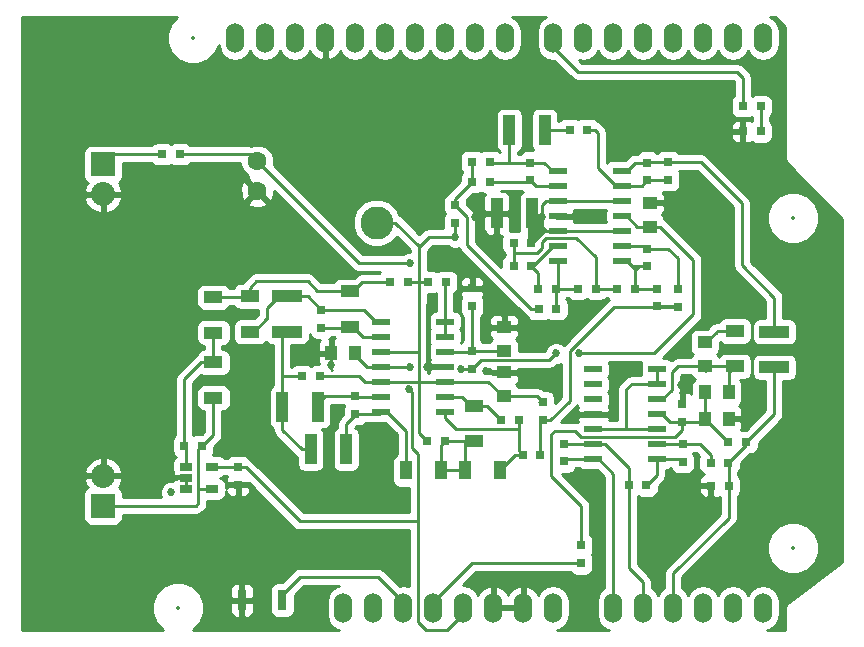
<source format=gtl>
%TF.GenerationSoftware,KiCad,Pcbnew,4.0.7-e2-6376~58~ubuntu16.04.1*%
%TF.CreationDate,2017-10-04T18:34:51-07:00*%
%TF.ProjectId,mcphail-zero-analog-shield,6D63706861696C2D7A65726F2D616E61,v1.0*%
%TF.FileFunction,Copper,L1,Top,Signal*%
%FSLAX46Y46*%
G04 Gerber Fmt 4.6, Leading zero omitted, Abs format (unit mm)*
G04 Created by KiCad (PCBNEW 4.0.7-e2-6376~58~ubuntu16.04.1) date Wed Oct  4 18:34:51 2017*
%MOMM*%
%LPD*%
G01*
G04 APERTURE LIST*
%ADD10C,0.350000*%
%ADD11R,1.250000X1.000000*%
%ADD12R,1.060000X0.650000*%
%ADD13R,0.800000X0.750000*%
%ADD14R,1.500000X0.600000*%
%ADD15C,2.794000*%
%ADD16R,1.000000X2.500000*%
%ADD17R,2.500000X1.000000*%
%ADD18R,0.800000X1.700000*%
%ADD19R,0.750000X0.800000*%
%ADD20R,1.000000X1.250000*%
%ADD21R,1.000000X1.600000*%
%ADD22R,1.600000X1.000000*%
%ADD23C,1.600000*%
%ADD24R,2.032000X2.032000*%
%ADD25O,2.032000X2.032000*%
%ADD26O,1.524000X2.540000*%
%ADD27C,0.685800*%
%ADD28C,0.254000*%
%ADD29C,0.152400*%
%ADD30C,0.508000*%
%ADD31C,0.330200*%
%ADD32C,0.350000*%
G04 APERTURE END LIST*
D10*
D11*
X72682291Y-148117099D03*
X72682291Y-146117099D03*
D12*
X45780600Y-157916800D03*
X45780600Y-158866800D03*
X45780600Y-159816800D03*
X47980600Y-159816800D03*
X47980600Y-157916800D03*
D13*
X90180164Y-157566946D03*
X91680164Y-157566946D03*
D14*
X82641400Y-140512800D03*
X82641400Y-139242800D03*
X82641400Y-137972800D03*
X82641400Y-136702800D03*
X82641400Y-135432800D03*
X82641400Y-134162800D03*
X82641400Y-132892800D03*
X77241400Y-132892800D03*
X77241400Y-134162800D03*
X77241400Y-135432800D03*
X77241400Y-136702800D03*
X77241400Y-137972800D03*
X77241400Y-139242800D03*
X77241400Y-140512800D03*
D15*
X61899800Y-137261600D03*
D14*
X85633564Y-157287546D03*
X85633564Y-156017546D03*
X85633564Y-154747546D03*
X85633564Y-153477546D03*
X85633564Y-152207546D03*
X85633564Y-150937546D03*
X85633564Y-149667546D03*
X80233564Y-149667546D03*
X80233564Y-150937546D03*
X80233564Y-152207546D03*
X80233564Y-153477546D03*
X80233564Y-154747546D03*
X80233564Y-156017546D03*
X80233564Y-157287546D03*
D16*
X73123800Y-129438400D03*
X76123800Y-129438400D03*
D17*
X95580200Y-149507200D03*
X95580200Y-146507200D03*
D18*
X50495200Y-169214800D03*
X53895200Y-169214800D03*
D13*
X94399800Y-129540000D03*
X92899800Y-129540000D03*
D19*
X79222600Y-164592000D03*
X79222600Y-166092000D03*
D13*
X82231800Y-142849600D03*
X83731800Y-142849600D03*
D19*
X85654179Y-142851949D03*
X85654179Y-144351949D03*
X87406779Y-142914749D03*
X87406779Y-144414749D03*
D13*
X83235800Y-159512000D03*
X84735800Y-159512000D03*
X75768200Y-156921200D03*
X74268200Y-156921200D03*
D19*
X87807800Y-157530800D03*
X87807800Y-156030800D03*
D13*
X73952291Y-153975099D03*
X72452291Y-153975099D03*
D11*
X89687400Y-149402800D03*
X89687400Y-147402800D03*
D20*
X89687400Y-151638000D03*
X91687400Y-151638000D03*
D13*
X91690320Y-159522160D03*
X90190320Y-159522160D03*
X91680600Y-155827046D03*
X93180600Y-155827046D03*
X67691000Y-155752800D03*
X66191000Y-155752800D03*
D19*
X60083891Y-153443099D03*
X60083891Y-151943099D03*
X84813140Y-132187820D03*
X84813140Y-133687820D03*
D13*
X78230600Y-129387600D03*
X79730600Y-129387600D03*
D19*
X57226200Y-144651600D03*
X57226200Y-146151600D03*
D13*
X71491540Y-132113020D03*
X69991540Y-132113020D03*
X63025583Y-142291099D03*
X64525583Y-142291099D03*
X75615800Y-144576800D03*
X77115800Y-144576800D03*
X66254691Y-142291099D03*
X67754691Y-142291099D03*
X78941800Y-142849600D03*
X80441800Y-142849600D03*
X75006200Y-140919200D03*
X73506200Y-140919200D03*
D19*
X69977000Y-144322800D03*
X69977000Y-142822800D03*
X69989891Y-149633099D03*
X69989891Y-148133099D03*
D13*
X45617000Y-156159200D03*
X47117000Y-156159200D03*
X45237400Y-131470400D03*
X43737400Y-131470400D03*
X94411800Y-127406400D03*
X92911800Y-127406400D03*
D11*
X85016340Y-137592820D03*
X85016340Y-135592820D03*
D19*
X84762340Y-140952220D03*
X84762340Y-139452220D03*
X75971400Y-153974800D03*
X75971400Y-152474800D03*
X87757000Y-154154000D03*
X87757000Y-152654000D03*
D21*
X72364600Y-158191200D03*
X69364600Y-158191200D03*
D22*
X70180200Y-152779600D03*
X70180200Y-155779600D03*
D21*
X67362200Y-158242000D03*
X64362200Y-158242000D03*
D16*
X59311800Y-156464000D03*
X56311800Y-156464000D03*
D19*
X86578440Y-132137720D03*
X86578440Y-133637720D03*
D16*
X56924200Y-152857200D03*
X53924200Y-152857200D03*
D17*
X54330600Y-146510000D03*
X54330600Y-143510000D03*
D20*
X60033091Y-148298199D03*
X58033091Y-148298199D03*
D22*
X51181000Y-146510000D03*
X51181000Y-143510000D03*
D19*
X74904600Y-132189220D03*
X74904600Y-133689220D03*
D22*
X59613800Y-146052800D03*
X59613800Y-143052800D03*
D19*
X68554600Y-135761600D03*
X68554600Y-137261600D03*
D11*
X72682291Y-151943099D03*
X72682291Y-149943099D03*
D13*
X77077000Y-142849600D03*
X75577000Y-142849600D03*
D22*
X48082200Y-143560800D03*
X48082200Y-146560800D03*
D16*
X75072240Y-136481820D03*
X72072240Y-136481820D03*
D13*
X73506200Y-138988800D03*
X75006200Y-138988800D03*
D19*
X50165000Y-157961200D03*
X50165000Y-159461200D03*
D22*
X48082200Y-149095200D03*
X48082200Y-152095200D03*
X92227400Y-149429600D03*
X92227400Y-146429600D03*
D13*
X55573800Y-150266400D03*
X57073800Y-150266400D03*
X71503540Y-133802120D03*
X70003540Y-133802120D03*
D20*
X89687400Y-153873200D03*
X91687400Y-153873200D03*
D23*
X51790600Y-132080000D03*
X51790600Y-134580000D03*
D19*
X77749400Y-157480000D03*
X77749400Y-155980000D03*
D14*
X62306200Y-145643600D03*
X62306200Y-146913600D03*
X62306200Y-148183600D03*
X62306200Y-149453600D03*
X62306200Y-150723600D03*
X62306200Y-151993600D03*
X62306200Y-153263600D03*
X67706200Y-153263600D03*
X67706200Y-151993600D03*
X67706200Y-150723600D03*
X67706200Y-149453600D03*
X67706200Y-148183600D03*
X67706200Y-146913600D03*
X67706200Y-145643600D03*
D24*
X38735000Y-161239200D03*
D25*
X38735000Y-158699200D03*
D24*
X38735000Y-132334000D03*
D25*
X38735000Y-134874000D03*
D26*
X94615000Y-169875200D03*
X92075000Y-169875200D03*
X89535000Y-169875200D03*
X81915000Y-169875200D03*
X84455000Y-169875200D03*
X86995000Y-169875200D03*
X76835000Y-169875200D03*
X74295000Y-169875200D03*
X71755000Y-169875200D03*
X66675000Y-169875200D03*
X64135000Y-169875200D03*
X94615000Y-121615200D03*
X92075000Y-121615200D03*
X89535000Y-121615200D03*
X86995000Y-121615200D03*
X84455000Y-121615200D03*
X81915000Y-121615200D03*
X79375000Y-121615200D03*
X76835000Y-121615200D03*
X72771000Y-121615200D03*
X70231000Y-121615200D03*
X67691000Y-121615200D03*
X65151000Y-121615200D03*
X62611000Y-121615200D03*
X60071000Y-121615200D03*
X57531000Y-121615200D03*
X54991000Y-121615200D03*
X69215000Y-169875200D03*
X52451000Y-121615200D03*
X49911000Y-121615200D03*
X61595000Y-169875200D03*
X59055000Y-169875200D03*
D27*
X44526200Y-160070800D03*
X48945800Y-169214800D03*
X92938600Y-131114800D03*
X71145400Y-149860000D03*
X90195400Y-160883600D03*
X71247000Y-146050000D03*
X71145400Y-142849600D03*
X66522600Y-143814800D03*
X70231000Y-136753600D03*
X44592200Y-158866800D03*
X50165000Y-160680400D03*
X58033091Y-149301200D03*
X54889400Y-148285200D03*
X66167000Y-149453600D03*
X79933800Y-136702800D03*
X86842600Y-136144000D03*
X93345000Y-153771600D03*
X87706200Y-151028400D03*
X81813400Y-153466800D03*
X64693800Y-149479000D03*
X64693800Y-140716000D03*
X77089000Y-148336000D03*
X79070200Y-148336000D03*
X64643000Y-151384000D03*
X69011800Y-149656800D03*
X75920600Y-136753600D03*
X68554600Y-138480800D03*
D28*
X50495200Y-169214800D02*
X48945800Y-169214800D01*
X92899800Y-129540000D02*
X92899800Y-131076000D01*
X92899800Y-131076000D02*
X92938600Y-131114800D01*
X72682291Y-149943099D02*
X71228499Y-149943099D01*
X71228499Y-149943099D02*
X71145400Y-149860000D01*
X90190320Y-159522160D02*
X90190320Y-160878520D01*
X90190320Y-160878520D02*
X90195400Y-160883600D01*
X72682291Y-146117099D02*
X71314099Y-146117099D01*
X71314099Y-146117099D02*
X71247000Y-146050000D01*
X69977000Y-142822800D02*
X71118600Y-142822800D01*
X71118600Y-142822800D02*
X71145400Y-142849600D01*
X66167000Y-149453600D02*
X66167000Y-144170400D01*
X66167000Y-144170400D02*
X66522600Y-143814800D01*
X66167000Y-149453600D02*
X67706200Y-149453600D01*
X38735000Y-158699200D02*
X45613000Y-158699200D01*
X45613000Y-158699200D02*
X45780600Y-158866800D01*
X45780600Y-158866800D02*
X44592200Y-158866800D01*
X44592200Y-158866800D02*
X44577000Y-158851600D01*
X50165000Y-159461200D02*
X50165000Y-160680400D01*
X45780600Y-159816800D02*
X45780600Y-158866800D01*
X58033091Y-149301200D02*
X58033091Y-149650891D01*
X58033091Y-148298199D02*
X58033091Y-149301200D01*
X58033091Y-149650891D02*
X58089800Y-149707600D01*
X58033091Y-148298199D02*
X54902399Y-148298199D01*
X54902399Y-148298199D02*
X54889400Y-148285200D01*
X72021891Y-149943099D02*
X73094301Y-149943099D01*
X77241400Y-136702800D02*
X79933800Y-136702800D01*
X85016340Y-135592820D02*
X86291420Y-135592820D01*
X86291420Y-135592820D02*
X86842600Y-136144000D01*
X72072240Y-136481820D02*
X70451980Y-136481820D01*
X70451980Y-136481820D02*
X70180200Y-136753600D01*
X72072240Y-136481820D02*
X70314820Y-136481820D01*
X70314820Y-136481820D02*
X70281800Y-136448800D01*
X91687400Y-153873200D02*
X93243400Y-153873200D01*
X93243400Y-153873200D02*
X93345000Y-153771600D01*
X87757000Y-152654000D02*
X87757000Y-151079200D01*
X87757000Y-151079200D02*
X87706200Y-151028400D01*
X80233564Y-153477546D02*
X81802654Y-153477546D01*
X81802654Y-153477546D02*
X81813400Y-153466800D01*
D29*
X63995300Y-149453600D02*
X64122300Y-149453600D01*
D28*
X64122300Y-149453600D02*
X64147700Y-149479000D01*
X64147700Y-149479000D02*
X64693800Y-149479000D01*
X63995300Y-149453600D02*
X64135000Y-149453600D01*
X62306200Y-149453600D02*
X63995300Y-149453600D01*
X64693800Y-140716000D02*
X60426600Y-140716000D01*
X60426600Y-140716000D02*
X51790600Y-132080000D01*
X77089000Y-148336000D02*
X76528500Y-148896500D01*
X70701490Y-148896500D02*
X69989891Y-149608099D01*
X76528500Y-148896500D02*
X70701490Y-148896500D01*
X69989891Y-149608099D02*
X69989891Y-149633099D01*
X85420200Y-148336000D02*
X79070200Y-148336000D01*
X88722200Y-145034000D02*
X85420200Y-148336000D01*
X88722200Y-140419680D02*
X88722200Y-145034000D01*
X85016340Y-137592820D02*
X85895340Y-137592820D01*
X85895340Y-137592820D02*
X88722200Y-140419680D01*
X64897000Y-156311600D02*
X64897000Y-151638000D01*
X64897000Y-151638000D02*
X64643000Y-151384000D01*
X65405000Y-156819600D02*
X64897000Y-156311600D01*
X65405000Y-162560000D02*
X65405000Y-156819600D01*
X65405000Y-171043600D02*
X65405000Y-162560000D01*
X65405000Y-162560000D02*
X65405000Y-162204400D01*
X50165000Y-157961200D02*
X50794000Y-157961200D01*
X50794000Y-157961200D02*
X55392800Y-162560000D01*
X55392800Y-162560000D02*
X65405000Y-162560000D01*
X50165000Y-157961200D02*
X48025000Y-157961200D01*
X48025000Y-157961200D02*
X47980600Y-157916800D01*
X62306200Y-149453600D02*
X61063492Y-149453600D01*
X61063492Y-149453600D02*
X60033091Y-148423199D01*
X60033091Y-148423199D02*
X60033091Y-148298199D01*
X45237400Y-131470400D02*
X51181000Y-131470400D01*
X51181000Y-131470400D02*
X51790600Y-132080000D01*
X69215000Y-169875200D02*
X69215000Y-170383200D01*
X69215000Y-170383200D02*
X67843400Y-171754800D01*
X67843400Y-171754800D02*
X66116200Y-171754800D01*
X66116200Y-171754800D02*
X65405000Y-171043600D01*
X61856200Y-149453600D02*
X62306200Y-149453600D01*
X69989891Y-149633099D02*
X69035501Y-149633099D01*
X69035501Y-149633099D02*
X69011800Y-149656800D01*
X85016340Y-137592820D02*
X83981420Y-137592820D01*
X83981420Y-137592820D02*
X83091400Y-136702800D01*
X83091400Y-136702800D02*
X82641400Y-136702800D01*
X45780600Y-157916800D02*
X45780600Y-156322800D01*
X45780600Y-156322800D02*
X45617000Y-156159200D01*
X48082200Y-149095200D02*
X47028200Y-149095200D01*
X45617000Y-150506400D02*
X45617000Y-155530200D01*
X47028200Y-149095200D02*
X45617000Y-150506400D01*
X45617000Y-155530200D02*
X45617000Y-156159200D01*
X48082200Y-146560800D02*
X48082200Y-149095200D01*
X69989891Y-148133099D02*
X71602600Y-148133099D01*
X71602600Y-148133099D02*
X72005891Y-148133099D01*
X72682291Y-148117099D02*
X71618600Y-148117099D01*
X71618600Y-148117099D02*
X71602600Y-148133099D01*
X69977000Y-144322800D02*
X69977000Y-148120208D01*
X69977000Y-148120208D02*
X69989891Y-148133099D01*
X67706200Y-148183600D02*
X69939390Y-148183600D01*
X69939390Y-148183600D02*
X69989891Y-148133099D01*
X72005891Y-148133099D02*
X72021891Y-148117099D01*
X75920600Y-138887200D02*
X76255599Y-138552201D01*
X76255599Y-138552201D02*
X78786001Y-138552201D01*
X78786001Y-138552201D02*
X80441800Y-140208000D01*
X75920600Y-139395200D02*
X75920600Y-138887200D01*
X75463400Y-139852400D02*
X75920600Y-139395200D01*
X73506200Y-139852400D02*
X73506200Y-140919200D01*
X73506200Y-139547600D02*
X73506200Y-139852400D01*
X73506200Y-139852400D02*
X75463400Y-139852400D01*
X73506200Y-139090400D02*
X73506200Y-139547600D01*
X73506200Y-138988800D02*
X73506200Y-139547600D01*
X80441800Y-140208000D02*
X80441800Y-142849600D01*
X80441800Y-142849600D02*
X82231800Y-142849600D01*
X48082200Y-143560800D02*
X51130200Y-143560800D01*
X51130200Y-143560800D02*
X51181000Y-143510000D01*
X51133000Y-143558000D02*
X51181000Y-143510000D01*
X51697000Y-142240000D02*
X51239800Y-142697200D01*
X51181000Y-143510000D02*
X51181000Y-142756000D01*
X51239800Y-142697200D02*
X51231800Y-142705200D01*
X51181000Y-142756000D02*
X51239800Y-142697200D01*
X51993800Y-142240000D02*
X51697000Y-142240000D01*
X56057800Y-142240000D02*
X51993800Y-142240000D01*
X56870600Y-143052800D02*
X56057800Y-142240000D01*
X57105400Y-143052800D02*
X56870600Y-143052800D01*
X63025583Y-142291099D02*
X60675501Y-142291099D01*
X60675501Y-142291099D02*
X59913800Y-143052800D01*
X59913800Y-143052800D02*
X59613800Y-143052800D01*
X59613800Y-143052800D02*
X57105400Y-143052800D01*
X77115800Y-144576800D02*
X77115800Y-142888400D01*
X77115800Y-142888400D02*
X77077000Y-142849600D01*
X78941800Y-142849600D02*
X77077000Y-142849600D01*
X77241400Y-140512800D02*
X77241400Y-142685200D01*
X77241400Y-142685200D02*
X77077000Y-142849600D01*
X76791400Y-139242800D02*
X77241400Y-139242800D01*
X75115000Y-140919200D02*
X76791400Y-139242800D01*
X75006200Y-140919200D02*
X75115000Y-140919200D01*
X75577000Y-142849600D02*
X75577000Y-141490000D01*
X75577000Y-141490000D02*
X75006200Y-140919200D01*
X69570600Y-139185600D02*
X69570600Y-136802600D01*
X68554600Y-135786600D02*
X68554600Y-135761600D01*
X69570600Y-136802600D02*
X68554600Y-135786600D01*
X75615800Y-144576800D02*
X74961800Y-144576800D01*
X74961800Y-144576800D02*
X69570600Y-139185600D01*
X70003540Y-133802120D02*
X70003540Y-132125020D01*
X70003540Y-132125020D02*
X69991540Y-132113020D01*
X68554600Y-135761600D02*
X68554600Y-135226060D01*
X68554600Y-135226060D02*
X69978540Y-133802120D01*
X69978540Y-133802120D02*
X70003540Y-133802120D01*
X57226200Y-146151600D02*
X59515000Y-146151600D01*
X59515000Y-146151600D02*
X59613800Y-146052800D01*
X62306200Y-146913600D02*
X60774600Y-146913600D01*
X60774600Y-146913600D02*
X59913800Y-146052800D01*
X59913800Y-146052800D02*
X59613800Y-146052800D01*
X74904600Y-132189220D02*
X76087820Y-132189220D01*
X76087820Y-132189220D02*
X76791400Y-132892800D01*
X76791400Y-132892800D02*
X77241400Y-132892800D01*
X73126600Y-132189220D02*
X71567740Y-132189220D01*
X74904600Y-132189220D02*
X73126600Y-132189220D01*
X73126600Y-132189220D02*
X73123800Y-132186420D01*
X73123800Y-132186420D02*
X73123800Y-129438400D01*
X71567740Y-132189220D02*
X71491540Y-132113020D01*
X71503540Y-133802120D02*
X74791700Y-133802120D01*
X74791700Y-133802120D02*
X74904600Y-133689220D01*
X77241400Y-134162800D02*
X75378180Y-134162800D01*
X75378180Y-134162800D02*
X74904600Y-133689220D01*
X52603400Y-145440400D02*
X52550600Y-145440400D01*
X52550600Y-145440400D02*
X51481000Y-146510000D01*
X51481000Y-146510000D02*
X51181000Y-146510000D01*
X52603400Y-144526000D02*
X52603400Y-145440400D01*
X53619400Y-143510000D02*
X52603400Y-144526000D01*
X54330600Y-143510000D02*
X53619400Y-143510000D01*
X54330600Y-143660400D02*
X54330600Y-143510000D01*
X57226200Y-144651600D02*
X57226200Y-144626600D01*
X57226200Y-144626600D02*
X56109600Y-143510000D01*
X56109600Y-143510000D02*
X54330600Y-143510000D01*
X57226200Y-144651600D02*
X60864200Y-144651600D01*
X60864200Y-144651600D02*
X61856200Y-145643600D01*
X61856200Y-145643600D02*
X62306200Y-145643600D01*
X76123800Y-129438400D02*
X78179800Y-129438400D01*
X78179800Y-129438400D02*
X78230600Y-129387600D01*
X56311800Y-156464000D02*
X55557800Y-156464000D01*
X55557800Y-156464000D02*
X53924200Y-154830400D01*
X53924200Y-154361200D02*
X53924200Y-152857200D01*
X53924200Y-154830400D02*
X53924200Y-154361200D01*
X53924200Y-152857200D02*
X53924200Y-150266400D01*
X53924200Y-150266400D02*
X53924200Y-146916400D01*
X55573800Y-150266400D02*
X54919800Y-150266400D01*
X54919800Y-150266400D02*
X53924200Y-150266400D01*
X53924200Y-146916400D02*
X54330600Y-146510000D01*
X57531299Y-151943099D02*
X56924200Y-152550198D01*
X56924200Y-152550198D02*
X56924200Y-152857200D01*
X60083891Y-151943099D02*
X57531299Y-151943099D01*
X62306200Y-151993600D02*
X60134392Y-151993600D01*
X60134392Y-151993600D02*
X60083891Y-151943099D01*
X86578440Y-133637720D02*
X84863240Y-133637720D01*
X84863240Y-133637720D02*
X84813140Y-133687820D01*
X82641400Y-134162800D02*
X84338160Y-134162800D01*
X84338160Y-134162800D02*
X84813140Y-133687820D01*
X80645000Y-129648000D02*
X80645000Y-132616400D01*
X80645000Y-132616400D02*
X82191400Y-134162800D01*
X82191400Y-134162800D02*
X82641400Y-134162800D01*
X79730600Y-129387600D02*
X80384600Y-129387600D01*
X80384600Y-129387600D02*
X80645000Y-129648000D01*
X60083891Y-153555509D02*
X59311800Y-154327600D01*
X59311800Y-154327600D02*
X59311800Y-156464000D01*
X60083891Y-153443099D02*
X60083891Y-153555509D01*
X60083891Y-153443099D02*
X62126701Y-153443099D01*
X62126701Y-153443099D02*
X62306200Y-153263600D01*
X64362200Y-158242000D02*
X64362200Y-154869600D01*
X64362200Y-154869600D02*
X62756200Y-153263600D01*
X62756200Y-153263600D02*
X62306200Y-153263600D01*
X67362200Y-158242000D02*
X67362200Y-156081600D01*
X67362200Y-156081600D02*
X67691000Y-155752800D01*
X69364600Y-158191200D02*
X67413000Y-158191200D01*
X67413000Y-158191200D02*
X67362200Y-158242000D01*
X67691000Y-155752800D02*
X69367400Y-155752800D01*
X69367400Y-155752800D02*
X70153400Y-155752800D01*
X69364600Y-158191200D02*
X69364600Y-156111200D01*
X69364600Y-156111200D02*
X69367400Y-156108400D01*
X69367400Y-156108400D02*
X69367400Y-155752800D01*
X70153400Y-155752800D02*
X70180200Y-155779600D01*
X91687400Y-151638000D02*
X91687400Y-149969600D01*
X91687400Y-149969600D02*
X92227400Y-149429600D01*
X92227400Y-149429600D02*
X89714200Y-149429600D01*
X89714200Y-149429600D02*
X89687400Y-149402800D01*
X86893400Y-149910800D02*
X87401400Y-149402800D01*
X87401400Y-149402800D02*
X89687400Y-149402800D01*
X86893400Y-151397710D02*
X86893400Y-149910800D01*
X85633564Y-152207546D02*
X86083564Y-152207546D01*
X86083564Y-152207546D02*
X86893400Y-151397710D01*
X89812400Y-149841200D02*
X89687400Y-149841200D01*
X90679400Y-146429600D02*
X90679400Y-146535800D01*
X90679400Y-146535800D02*
X89812400Y-147402800D01*
X92227400Y-146429600D02*
X90679400Y-146429600D01*
X80233564Y-157287546D02*
X77941854Y-157287546D01*
X77941854Y-157287546D02*
X77749400Y-157480000D01*
X81915000Y-169875200D02*
X81915000Y-158518982D01*
X81915000Y-158518982D02*
X80683564Y-157287546D01*
X80683564Y-157287546D02*
X80233564Y-157287546D01*
X71921400Y-153466800D02*
X71943992Y-153466800D01*
X71943992Y-153466800D02*
X72452291Y-153975099D01*
X70180200Y-152779600D02*
X71234200Y-152779600D01*
X71234200Y-152779600D02*
X71921400Y-153466800D01*
X67706200Y-151993600D02*
X69094200Y-151993600D01*
X69094200Y-151993600D02*
X69880200Y-152779600D01*
X69880200Y-152779600D02*
X70180200Y-152779600D01*
X74268200Y-156921200D02*
X73634600Y-156921200D01*
X73634600Y-156921200D02*
X72364600Y-158191200D01*
X73952291Y-153975099D02*
X73952291Y-154736800D01*
X73952291Y-154736800D02*
X73952291Y-156605291D01*
X67706200Y-153263600D02*
X67706200Y-153817600D01*
X67706200Y-153817600D02*
X68625400Y-154736800D01*
X68625400Y-154736800D02*
X73952291Y-154736800D01*
X73952291Y-156605291D02*
X74268200Y-156921200D01*
X81284165Y-155438145D02*
X86283800Y-155438145D01*
X86283800Y-155438145D02*
X86700055Y-155438145D01*
X87757000Y-154154000D02*
X87757000Y-154808000D01*
X87757000Y-154808000D02*
X87126855Y-155438145D01*
X87126855Y-155438145D02*
X86283800Y-155438145D01*
X81274310Y-155448000D02*
X81284165Y-155438145D01*
X81264455Y-155438145D02*
X81274310Y-155448000D01*
X78663800Y-154889200D02*
X79212745Y-155438145D01*
X79212745Y-155438145D02*
X81264455Y-155438145D01*
X76987400Y-154889200D02*
X78663800Y-154889200D01*
X76682600Y-155194000D02*
X76987400Y-154889200D01*
X76682600Y-155549600D02*
X76682600Y-155346400D01*
X76682600Y-158699200D02*
X76682600Y-155549600D01*
X76682600Y-155549600D02*
X76682600Y-155194000D01*
X79222600Y-161239200D02*
X76682600Y-158699200D01*
X79222600Y-164592000D02*
X79222600Y-161239200D01*
X91705600Y-155827046D02*
X91680600Y-155827046D01*
X91680600Y-155827046D02*
X91655600Y-155827046D01*
X91655600Y-155827046D02*
X89701754Y-153873200D01*
X89701754Y-153873200D02*
X89687400Y-153873200D01*
X89687400Y-153873200D02*
X89687400Y-151638000D01*
X87757000Y-154154000D02*
X89406600Y-154154000D01*
X89406600Y-154154000D02*
X89687400Y-153873200D01*
X86091346Y-153477546D02*
X86767800Y-154154000D01*
X86767800Y-154154000D02*
X87757000Y-154154000D01*
X85633564Y-153477546D02*
X86091346Y-153477546D01*
X85654179Y-144351949D02*
X87343979Y-144351949D01*
X87343979Y-144351949D02*
X87406779Y-144414749D01*
X78257400Y-148132800D02*
X81975451Y-144414749D01*
X81975451Y-144414749D02*
X87406779Y-144414749D01*
X78257400Y-152317800D02*
X78257400Y-148132800D01*
X75971400Y-153974800D02*
X76600400Y-153974800D01*
X76600400Y-153974800D02*
X78257400Y-152317800D01*
X75768200Y-156921200D02*
X75768200Y-154178000D01*
X75768200Y-154178000D02*
X75971400Y-153974800D01*
X85654179Y-142851949D02*
X83734149Y-142851949D01*
X83734149Y-142851949D02*
X83731800Y-142849600D01*
X82641400Y-140512800D02*
X83091400Y-140512800D01*
X83091400Y-140512800D02*
X83530820Y-140952220D01*
X83530820Y-140952220D02*
X84133340Y-140952220D01*
X83731800Y-142849600D02*
X83731800Y-141274800D01*
X83731800Y-141274800D02*
X83731800Y-141153200D01*
X84762340Y-140952220D02*
X84133340Y-140952220D01*
X84133340Y-140952220D02*
X83810760Y-141274800D01*
X83810760Y-141274800D02*
X83731800Y-141274800D01*
X83731800Y-141153200D02*
X83091400Y-140512800D01*
X87406779Y-142914749D02*
X87406779Y-141630400D01*
X87406779Y-141630400D02*
X87406779Y-141467659D01*
X84762340Y-139452220D02*
X86594820Y-139452220D01*
X86594820Y-139452220D02*
X87406779Y-140264179D01*
X87406779Y-140264179D02*
X87406779Y-141630400D01*
X82641400Y-139242800D02*
X84552920Y-139242800D01*
X84552920Y-139242800D02*
X84762340Y-139452220D01*
X43737400Y-131470400D02*
X39598600Y-131470400D01*
X39598600Y-131470400D02*
X38735000Y-132334000D01*
X91690320Y-159522160D02*
X91690320Y-157577102D01*
X91690320Y-157577102D02*
X91680164Y-157566946D01*
X93180600Y-155827046D02*
X93180600Y-156066510D01*
X93180600Y-156066510D02*
X91680164Y-157566946D01*
X91690320Y-162233480D02*
X86995000Y-166928800D01*
X86995000Y-166928800D02*
X86995000Y-169875200D01*
X91690320Y-159522160D02*
X91690320Y-162233480D01*
X93180600Y-155827046D02*
X93205600Y-155827046D01*
X93205600Y-155827046D02*
X95580200Y-153452446D01*
X95580200Y-153452446D02*
X95580200Y-150261200D01*
X95580200Y-150261200D02*
X95580200Y-149507200D01*
X80233564Y-156017546D02*
X77786946Y-156017546D01*
X77786946Y-156017546D02*
X77749400Y-155980000D01*
X83235800Y-166471600D02*
X84455000Y-167690800D01*
X84455000Y-167690800D02*
X84455000Y-169875200D01*
X83235800Y-159512000D02*
X83235800Y-166471600D01*
X80233564Y-156017546D02*
X81237564Y-156017546D01*
X81237564Y-156017546D02*
X83235800Y-158015782D01*
X83235800Y-158015782D02*
X83235800Y-158883000D01*
X83235800Y-158883000D02*
X83235800Y-159512000D01*
X94399800Y-129540000D02*
X94399800Y-127418400D01*
X94399800Y-127418400D02*
X94411800Y-127406400D01*
X67706200Y-146913600D02*
X67706200Y-145643600D01*
X67706200Y-145643600D02*
X67706200Y-142339590D01*
X67706200Y-142339590D02*
X67754691Y-142291099D01*
X85633564Y-156017546D02*
X87794546Y-156017546D01*
X87794546Y-156017546D02*
X87807800Y-156030800D01*
X87807800Y-156030800D02*
X89273018Y-156030800D01*
X89273018Y-156030800D02*
X90180164Y-156937946D01*
X90180164Y-156937946D02*
X90180164Y-157566946D01*
X85633564Y-157287546D02*
X85633564Y-158639236D01*
X85633564Y-158639236D02*
X84760800Y-159512000D01*
X84760800Y-159512000D02*
X84735800Y-159512000D01*
X85633564Y-157287546D02*
X87564546Y-157287546D01*
X87564546Y-157287546D02*
X87807800Y-157530800D01*
X79273400Y-166089200D02*
X69953000Y-166089200D01*
X69953000Y-166089200D02*
X66675000Y-169367200D01*
X66675000Y-169367200D02*
X66675000Y-169875200D01*
X46812200Y-156464000D02*
X46812200Y-159816800D01*
X46812200Y-159816800D02*
X46812200Y-161036000D01*
X47980600Y-159816800D02*
X47196600Y-159816800D01*
X47196600Y-159816800D02*
X46812200Y-159816800D01*
X47117000Y-156159200D02*
X46812200Y-156464000D01*
X46812200Y-161036000D02*
X46609000Y-161239200D01*
X46609000Y-161239200D02*
X38735000Y-161239200D01*
X48082200Y-152095200D02*
X48082200Y-155219000D01*
X48082200Y-155219000D02*
X47142000Y-156159200D01*
X47142000Y-156159200D02*
X47117000Y-156159200D01*
X47980600Y-159816800D02*
X47828200Y-159816800D01*
D30*
X75920600Y-136753600D02*
X75344020Y-136753600D01*
X75344020Y-136753600D02*
X75072240Y-136481820D01*
X75748800Y-137992200D02*
X75260200Y-138480800D01*
X75748800Y-137363200D02*
X75748800Y-137992200D01*
X75006200Y-138988800D02*
X75006200Y-138105800D01*
X75006200Y-138105800D02*
X75748800Y-137363200D01*
X75006200Y-138988800D02*
X75006200Y-137668000D01*
X75006200Y-137668000D02*
X75920600Y-136753600D01*
X75006200Y-138988800D02*
X75006200Y-136547860D01*
X75006200Y-136547860D02*
X75072240Y-136481820D01*
D28*
X75031200Y-138988800D02*
X75945600Y-138074400D01*
X75920600Y-138049400D02*
X75945600Y-138074400D01*
X75945600Y-138074400D02*
X76047200Y-137972800D01*
X75920600Y-137656000D02*
X75920600Y-138049400D01*
X75006200Y-138988800D02*
X75031200Y-138988800D01*
X76047200Y-137972800D02*
X76237400Y-137972800D01*
X76237400Y-137972800D02*
X77241400Y-137972800D01*
X61899800Y-137261600D02*
X63480325Y-137261600D01*
X63480325Y-137261600D02*
X65455800Y-139237075D01*
X65455800Y-139237075D02*
X65455800Y-139344400D01*
X60426600Y-150266400D02*
X60883800Y-150723600D01*
X60883800Y-150723600D02*
X62306200Y-150723600D01*
X57073800Y-150266400D02*
X60426600Y-150266400D01*
X72682291Y-151943099D02*
X75439699Y-151943099D01*
X75439699Y-151943099D02*
X75971400Y-152474800D01*
X75971400Y-152474800D02*
X75615800Y-152474800D01*
X72568099Y-151943099D02*
X71348600Y-150723600D01*
X71348600Y-150723600D02*
X67706200Y-150723600D01*
X72682291Y-151943099D02*
X72568099Y-151943099D01*
X65455800Y-150723600D02*
X65455800Y-155042600D01*
X65455800Y-155042600D02*
X66166000Y-155752800D01*
X66166000Y-155752800D02*
X66191000Y-155752800D01*
X65455800Y-142291099D02*
X65455800Y-148183600D01*
X65455800Y-148183600D02*
X65455800Y-150723600D01*
X62306200Y-148183600D02*
X65455800Y-148183600D01*
X62306200Y-150723600D02*
X65455800Y-150723600D01*
X65455800Y-150723600D02*
X67706200Y-150723600D01*
X65455800Y-139344400D02*
X65455800Y-142291099D01*
X64525583Y-142291099D02*
X65455800Y-142291099D01*
X65455800Y-142291099D02*
X66254691Y-142291099D01*
X66319400Y-138480800D02*
X65455800Y-139344400D01*
X68554600Y-138480800D02*
X66319400Y-138480800D01*
X82641400Y-137972800D02*
X77241400Y-137972800D01*
X82641400Y-135432800D02*
X77241400Y-135432800D01*
X76237400Y-137972800D02*
X75920600Y-137656000D01*
X75920600Y-137656000D02*
X75920600Y-137238533D01*
X75920600Y-137238533D02*
X75920600Y-136753600D01*
X77241400Y-135432800D02*
X76237400Y-135432800D01*
X76237400Y-135432800D02*
X75920600Y-135749600D01*
X75920600Y-135749600D02*
X75920600Y-136753600D01*
X68554600Y-137261600D02*
X68554600Y-138480800D01*
X92837000Y-140868400D02*
X95580200Y-143611600D01*
X95580200Y-143611600D02*
X95580200Y-146507200D01*
X92837000Y-135636000D02*
X92837000Y-140868400D01*
X89338720Y-132137720D02*
X92837000Y-135636000D01*
X86578440Y-132137720D02*
X89338720Y-132137720D01*
X86578440Y-132137720D02*
X84863240Y-132137720D01*
X84863240Y-132137720D02*
X84813140Y-132187820D01*
X84813140Y-132187820D02*
X83796380Y-132187820D01*
X83796380Y-132187820D02*
X83091400Y-132892800D01*
X83091400Y-132892800D02*
X82641400Y-132892800D01*
X92911800Y-127406400D02*
X92911800Y-124992000D01*
X76708000Y-122275600D02*
X76708000Y-121767600D01*
X92911800Y-124992000D02*
X92430600Y-124510800D01*
X92430600Y-124510800D02*
X78943200Y-124510800D01*
X78943200Y-124510800D02*
X76708000Y-122275600D01*
X55397400Y-167233600D02*
X55397400Y-167262600D01*
X53895200Y-168764800D02*
X53895200Y-169214800D01*
X55397400Y-167262600D02*
X53895200Y-168764800D01*
X62001400Y-167233600D02*
X55397400Y-167233600D01*
X64135000Y-169875200D02*
X64135000Y-169367200D01*
X64135000Y-169367200D02*
X62001400Y-167233600D01*
X83032600Y-151384000D02*
X83479054Y-150937546D01*
X83479054Y-150937546D02*
X85633564Y-150937546D01*
X83032600Y-154747546D02*
X85633564Y-154747546D01*
X80233564Y-154747546D02*
X83032600Y-154747546D01*
X83032600Y-154747546D02*
X83032600Y-151384000D01*
X85633564Y-149667546D02*
X85633564Y-150937546D01*
G36*
X44471955Y-120354611D02*
X44132887Y-121171178D01*
X44132115Y-122055343D01*
X44469758Y-122872500D01*
X45094411Y-123498245D01*
X45910978Y-123837313D01*
X46795143Y-123838085D01*
X47612300Y-123500442D01*
X48238045Y-122875789D01*
X48520818Y-122194796D01*
X48620340Y-122695130D01*
X48923172Y-123148349D01*
X49376391Y-123451181D01*
X49911000Y-123557521D01*
X50445609Y-123451181D01*
X50898828Y-123148349D01*
X51181000Y-122726050D01*
X51463172Y-123148349D01*
X51916391Y-123451181D01*
X52451000Y-123557521D01*
X52985609Y-123451181D01*
X53438828Y-123148349D01*
X53721000Y-122726050D01*
X54003172Y-123148349D01*
X54456391Y-123451181D01*
X54991000Y-123557521D01*
X55525609Y-123451181D01*
X55978828Y-123148349D01*
X56270330Y-122712087D01*
X56288941Y-122775141D01*
X56632974Y-123200830D01*
X57113723Y-123462460D01*
X57187930Y-123477420D01*
X57404000Y-123354920D01*
X57404000Y-121742200D01*
X57384000Y-121742200D01*
X57384000Y-121488200D01*
X57404000Y-121488200D01*
X57404000Y-121468200D01*
X57658000Y-121468200D01*
X57658000Y-121488200D01*
X57678000Y-121488200D01*
X57678000Y-121742200D01*
X57658000Y-121742200D01*
X57658000Y-123354920D01*
X57874070Y-123477420D01*
X57948277Y-123462460D01*
X58429026Y-123200830D01*
X58773059Y-122775141D01*
X58791670Y-122712087D01*
X59083172Y-123148349D01*
X59536391Y-123451181D01*
X60071000Y-123557521D01*
X60605609Y-123451181D01*
X61058828Y-123148349D01*
X61341000Y-122726050D01*
X61623172Y-123148349D01*
X62076391Y-123451181D01*
X62611000Y-123557521D01*
X63145609Y-123451181D01*
X63598828Y-123148349D01*
X63881000Y-122726050D01*
X64163172Y-123148349D01*
X64616391Y-123451181D01*
X65151000Y-123557521D01*
X65685609Y-123451181D01*
X66138828Y-123148349D01*
X66421000Y-122726050D01*
X66703172Y-123148349D01*
X67156391Y-123451181D01*
X67691000Y-123557521D01*
X68225609Y-123451181D01*
X68678828Y-123148349D01*
X68961000Y-122726050D01*
X69243172Y-123148349D01*
X69696391Y-123451181D01*
X70231000Y-123557521D01*
X70765609Y-123451181D01*
X71218828Y-123148349D01*
X71501000Y-122726050D01*
X71783172Y-123148349D01*
X72236391Y-123451181D01*
X72771000Y-123557521D01*
X73305609Y-123451181D01*
X73758828Y-123148349D01*
X74061660Y-122695130D01*
X74168000Y-122160521D01*
X74168000Y-121069879D01*
X74061660Y-120535270D01*
X73758828Y-120082051D01*
X73392383Y-119837200D01*
X76213617Y-119837200D01*
X75847172Y-120082051D01*
X75544340Y-120535270D01*
X75438000Y-121069879D01*
X75438000Y-122160521D01*
X75544340Y-122695130D01*
X75847172Y-123148349D01*
X76300391Y-123451181D01*
X76835000Y-123557521D01*
X76899468Y-123544698D01*
X78404385Y-125049615D01*
X78651595Y-125214796D01*
X78943200Y-125272800D01*
X92114970Y-125272800D01*
X92149800Y-125307631D01*
X92149800Y-126509756D01*
X92060359Y-126567310D01*
X91915369Y-126779510D01*
X91864360Y-127031400D01*
X91864360Y-127781400D01*
X91908638Y-128016717D01*
X92047710Y-128232841D01*
X92259910Y-128377831D01*
X92511800Y-128428840D01*
X93311800Y-128428840D01*
X93547117Y-128384562D01*
X93637800Y-128326209D01*
X93637800Y-128617685D01*
X93426109Y-128530000D01*
X93185550Y-128530000D01*
X93026800Y-128688750D01*
X93026800Y-129413000D01*
X93046800Y-129413000D01*
X93046800Y-129667000D01*
X93026800Y-129667000D01*
X93026800Y-130391250D01*
X93185550Y-130550000D01*
X93426109Y-130550000D01*
X93659498Y-130453327D01*
X93660868Y-130451957D01*
X93747910Y-130511431D01*
X93999800Y-130562440D01*
X94799800Y-130562440D01*
X95035117Y-130518162D01*
X95251241Y-130379090D01*
X95396231Y-130166890D01*
X95447240Y-129915000D01*
X95447240Y-129165000D01*
X95402962Y-128929683D01*
X95263890Y-128713559D01*
X95161800Y-128643804D01*
X95161800Y-128310766D01*
X95263241Y-128245490D01*
X95408231Y-128033290D01*
X95459240Y-127781400D01*
X95459240Y-127031400D01*
X95414962Y-126796083D01*
X95275890Y-126579959D01*
X95063690Y-126434969D01*
X94811800Y-126383960D01*
X94011800Y-126383960D01*
X93776483Y-126428238D01*
X93673800Y-126494313D01*
X93673800Y-124992000D01*
X93615797Y-124700396D01*
X93450616Y-124453185D01*
X92969415Y-123971985D01*
X92722205Y-123806804D01*
X92430600Y-123748800D01*
X79258830Y-123748800D01*
X78991211Y-123481181D01*
X79375000Y-123557521D01*
X79909609Y-123451181D01*
X80362828Y-123148349D01*
X80645000Y-122726050D01*
X80927172Y-123148349D01*
X81380391Y-123451181D01*
X81915000Y-123557521D01*
X82449609Y-123451181D01*
X82902828Y-123148349D01*
X83185000Y-122726050D01*
X83467172Y-123148349D01*
X83920391Y-123451181D01*
X84455000Y-123557521D01*
X84989609Y-123451181D01*
X85442828Y-123148349D01*
X85725000Y-122726050D01*
X86007172Y-123148349D01*
X86460391Y-123451181D01*
X86995000Y-123557521D01*
X87529609Y-123451181D01*
X87982828Y-123148349D01*
X88265000Y-122726050D01*
X88547172Y-123148349D01*
X89000391Y-123451181D01*
X89535000Y-123557521D01*
X90069609Y-123451181D01*
X90522828Y-123148349D01*
X90805000Y-122726050D01*
X91087172Y-123148349D01*
X91540391Y-123451181D01*
X92075000Y-123557521D01*
X92609609Y-123451181D01*
X93062828Y-123148349D01*
X93345000Y-122726050D01*
X93627172Y-123148349D01*
X94080391Y-123451181D01*
X94615000Y-123557521D01*
X95149609Y-123451181D01*
X95602828Y-123148349D01*
X95905660Y-122695130D01*
X96012000Y-122160521D01*
X96012000Y-121069879D01*
X95905660Y-120535270D01*
X95602828Y-120082051D01*
X95236383Y-119837200D01*
X95641212Y-119837200D01*
X96494600Y-120690589D01*
X96494600Y-131826000D01*
X96548737Y-132098165D01*
X96702906Y-132328894D01*
X101320600Y-136946589D01*
X101320600Y-166010625D01*
X96783917Y-169353444D01*
X96747651Y-169393208D01*
X96702906Y-169423106D01*
X96655014Y-169494782D01*
X96596924Y-169558475D01*
X96578636Y-169609088D01*
X96548737Y-169653836D01*
X96531919Y-169738386D01*
X96502626Y-169819458D01*
X96505099Y-169873216D01*
X96494600Y-169926000D01*
X96494600Y-171754800D01*
X94930321Y-171754800D01*
X95149609Y-171711181D01*
X95602828Y-171408349D01*
X95905660Y-170955130D01*
X96012000Y-170420521D01*
X96012000Y-169329879D01*
X95905660Y-168795270D01*
X95602828Y-168342051D01*
X95149609Y-168039219D01*
X94615000Y-167932879D01*
X94080391Y-168039219D01*
X93627172Y-168342051D01*
X93345000Y-168764350D01*
X93062828Y-168342051D01*
X92609609Y-168039219D01*
X92075000Y-167932879D01*
X91540391Y-168039219D01*
X91087172Y-168342051D01*
X90805000Y-168764350D01*
X90522828Y-168342051D01*
X90069609Y-168039219D01*
X89535000Y-167932879D01*
X89000391Y-168039219D01*
X88547172Y-168342051D01*
X88265000Y-168764350D01*
X87982828Y-168342051D01*
X87757000Y-168191157D01*
X87757000Y-167244430D01*
X89766087Y-165235343D01*
X94932115Y-165235343D01*
X95269758Y-166052500D01*
X95894411Y-166678245D01*
X96710978Y-167017313D01*
X97595143Y-167018085D01*
X98412300Y-166680442D01*
X99038045Y-166055789D01*
X99377113Y-165239222D01*
X99377885Y-164355057D01*
X99040242Y-163537900D01*
X98415589Y-162912155D01*
X97599022Y-162573087D01*
X96714857Y-162572315D01*
X95897700Y-162909958D01*
X95271955Y-163534611D01*
X94932887Y-164351178D01*
X94932115Y-165235343D01*
X89766087Y-165235343D01*
X92229135Y-162772296D01*
X92394316Y-162525085D01*
X92401192Y-162490517D01*
X92452320Y-162233480D01*
X92452320Y-160418804D01*
X92541761Y-160361250D01*
X92686751Y-160149050D01*
X92737760Y-159897160D01*
X92737760Y-159147160D01*
X92693482Y-158911843D01*
X92554410Y-158695719D01*
X92452320Y-158625964D01*
X92452320Y-158457055D01*
X92531605Y-158406036D01*
X92676595Y-158193836D01*
X92727604Y-157941946D01*
X92727604Y-157597136D01*
X93475254Y-156849486D01*
X93580600Y-156849486D01*
X93815917Y-156805208D01*
X94032041Y-156666136D01*
X94177031Y-156453936D01*
X94228040Y-156202046D01*
X94228040Y-155882236D01*
X96119016Y-153991261D01*
X96284197Y-153744050D01*
X96342200Y-153452446D01*
X96342200Y-150654640D01*
X96830200Y-150654640D01*
X97065517Y-150610362D01*
X97281641Y-150471290D01*
X97426631Y-150259090D01*
X97477640Y-150007200D01*
X97477640Y-149007200D01*
X97433362Y-148771883D01*
X97294290Y-148555759D01*
X97082090Y-148410769D01*
X96830200Y-148359760D01*
X94330200Y-148359760D01*
X94094883Y-148404038D01*
X93878759Y-148543110D01*
X93733769Y-148755310D01*
X93682760Y-149007200D01*
X93682760Y-150007200D01*
X93727038Y-150242517D01*
X93866110Y-150458641D01*
X94078310Y-150603631D01*
X94330200Y-150654640D01*
X94818200Y-150654640D01*
X94818200Y-153136815D01*
X93150410Y-154804606D01*
X92780600Y-154804606D01*
X92745029Y-154811299D01*
X92822400Y-154624510D01*
X92822400Y-154158950D01*
X92663650Y-154000200D01*
X91814400Y-154000200D01*
X91814400Y-154020200D01*
X91560400Y-154020200D01*
X91560400Y-154000200D01*
X91540400Y-154000200D01*
X91540400Y-153746200D01*
X91560400Y-153746200D01*
X91560400Y-153726200D01*
X91814400Y-153726200D01*
X91814400Y-153746200D01*
X92663650Y-153746200D01*
X92822400Y-153587450D01*
X92822400Y-153121890D01*
X92725727Y-152888501D01*
X92593495Y-152756270D01*
X92638841Y-152727090D01*
X92783831Y-152514890D01*
X92834840Y-152263000D01*
X92834840Y-151013000D01*
X92790562Y-150777683D01*
X92661452Y-150577040D01*
X93027400Y-150577040D01*
X93262717Y-150532762D01*
X93478841Y-150393690D01*
X93623831Y-150181490D01*
X93674840Y-149929600D01*
X93674840Y-148929600D01*
X93630562Y-148694283D01*
X93491490Y-148478159D01*
X93279290Y-148333169D01*
X93027400Y-148282160D01*
X91427400Y-148282160D01*
X91192083Y-148326438D01*
X90975959Y-148465510D01*
X90877923Y-148608990D01*
X90776490Y-148451359D01*
X90706689Y-148403666D01*
X90763841Y-148366890D01*
X90908831Y-148154690D01*
X90959840Y-147902800D01*
X90959840Y-147375648D01*
X90963310Y-147381041D01*
X91175510Y-147526031D01*
X91427400Y-147577040D01*
X93027400Y-147577040D01*
X93262717Y-147532762D01*
X93478841Y-147393690D01*
X93623831Y-147181490D01*
X93674840Y-146929600D01*
X93674840Y-145929600D01*
X93630562Y-145694283D01*
X93491490Y-145478159D01*
X93279290Y-145333169D01*
X93027400Y-145282160D01*
X91427400Y-145282160D01*
X91192083Y-145326438D01*
X90975959Y-145465510D01*
X90837877Y-145667600D01*
X90679400Y-145667600D01*
X90387795Y-145725604D01*
X90140585Y-145890785D01*
X89975404Y-146137995D01*
X89969402Y-146168168D01*
X89882210Y-146255360D01*
X89062400Y-146255360D01*
X88827083Y-146299638D01*
X88610959Y-146438710D01*
X88465969Y-146650910D01*
X88414960Y-146902800D01*
X88414960Y-147902800D01*
X88459238Y-148138117D01*
X88598310Y-148354241D01*
X88668111Y-148401934D01*
X88610959Y-148438710D01*
X88472877Y-148640800D01*
X87401400Y-148640800D01*
X87146012Y-148691600D01*
X87109795Y-148698804D01*
X86862584Y-148863985D01*
X86825560Y-148901009D01*
X86635454Y-148771115D01*
X86383564Y-148720106D01*
X86113724Y-148720106D01*
X89261015Y-145572815D01*
X89426196Y-145325605D01*
X89431108Y-145300910D01*
X89484200Y-145034000D01*
X89484200Y-140419680D01*
X89426196Y-140128075D01*
X89348129Y-140011240D01*
X89261016Y-139880865D01*
X86434155Y-137054005D01*
X86387744Y-137022994D01*
X86259520Y-136937317D01*
X86244502Y-136857503D01*
X86105430Y-136641379D01*
X86037334Y-136594851D01*
X86179667Y-136452518D01*
X86276340Y-136219129D01*
X86276340Y-135878570D01*
X86117590Y-135719820D01*
X85143340Y-135719820D01*
X85143340Y-135739820D01*
X84889340Y-135739820D01*
X84889340Y-135719820D01*
X84869340Y-135719820D01*
X84869340Y-135465820D01*
X84889340Y-135465820D01*
X84889340Y-135445820D01*
X85143340Y-135445820D01*
X85143340Y-135465820D01*
X86117590Y-135465820D01*
X86276340Y-135307070D01*
X86276340Y-134966511D01*
X86179667Y-134733122D01*
X86113490Y-134666945D01*
X86203440Y-134685160D01*
X86953440Y-134685160D01*
X87188757Y-134640882D01*
X87404881Y-134501810D01*
X87549871Y-134289610D01*
X87600880Y-134037720D01*
X87600880Y-133237720D01*
X87556602Y-133002403D01*
X87490527Y-132899720D01*
X89023090Y-132899720D01*
X92075000Y-135951630D01*
X92075000Y-140868400D01*
X92133004Y-141160005D01*
X92298185Y-141407215D01*
X94818200Y-143927231D01*
X94818200Y-145359760D01*
X94330200Y-145359760D01*
X94094883Y-145404038D01*
X93878759Y-145543110D01*
X93733769Y-145755310D01*
X93682760Y-146007200D01*
X93682760Y-147007200D01*
X93727038Y-147242517D01*
X93866110Y-147458641D01*
X94078310Y-147603631D01*
X94330200Y-147654640D01*
X96830200Y-147654640D01*
X97065517Y-147610362D01*
X97281641Y-147471290D01*
X97426631Y-147259090D01*
X97477640Y-147007200D01*
X97477640Y-146007200D01*
X97433362Y-145771883D01*
X97294290Y-145555759D01*
X97082090Y-145410769D01*
X96830200Y-145359760D01*
X96342200Y-145359760D01*
X96342200Y-143611600D01*
X96284196Y-143319995D01*
X96218034Y-143220977D01*
X96119016Y-143072785D01*
X93599000Y-140552770D01*
X93599000Y-137295343D01*
X94932115Y-137295343D01*
X95269758Y-138112500D01*
X95894411Y-138738245D01*
X96710978Y-139077313D01*
X97595143Y-139078085D01*
X98412300Y-138740442D01*
X99038045Y-138115789D01*
X99377113Y-137299222D01*
X99377885Y-136415057D01*
X99040242Y-135597900D01*
X98415589Y-134972155D01*
X97599022Y-134633087D01*
X96714857Y-134632315D01*
X95897700Y-134969958D01*
X95271955Y-135594611D01*
X94932887Y-136411178D01*
X94932115Y-137295343D01*
X93599000Y-137295343D01*
X93599000Y-135636000D01*
X93540996Y-135344395D01*
X93375815Y-135097185D01*
X89877535Y-131598905D01*
X89810083Y-131553835D01*
X89630325Y-131433724D01*
X89338720Y-131375720D01*
X87475084Y-131375720D01*
X87417530Y-131286279D01*
X87205330Y-131141289D01*
X86953440Y-131090280D01*
X86203440Y-131090280D01*
X85968123Y-131134558D01*
X85751999Y-131273630D01*
X85682244Y-131375720D01*
X85677545Y-131375720D01*
X85652230Y-131336379D01*
X85440030Y-131191389D01*
X85188140Y-131140380D01*
X84438140Y-131140380D01*
X84202823Y-131184658D01*
X83986699Y-131323730D01*
X83916944Y-131425820D01*
X83796380Y-131425820D01*
X83511813Y-131482424D01*
X83504775Y-131483824D01*
X83257564Y-131649005D01*
X82961209Y-131945360D01*
X81891400Y-131945360D01*
X81656083Y-131989638D01*
X81439959Y-132128710D01*
X81407000Y-132176947D01*
X81407000Y-129825750D01*
X91864800Y-129825750D01*
X91864800Y-130041310D01*
X91961473Y-130274699D01*
X92140102Y-130453327D01*
X92373491Y-130550000D01*
X92614050Y-130550000D01*
X92772800Y-130391250D01*
X92772800Y-129667000D01*
X92023550Y-129667000D01*
X91864800Y-129825750D01*
X81407000Y-129825750D01*
X81407000Y-129648000D01*
X81348996Y-129356395D01*
X81221110Y-129165000D01*
X81183815Y-129109184D01*
X81113321Y-129038690D01*
X91864800Y-129038690D01*
X91864800Y-129254250D01*
X92023550Y-129413000D01*
X92772800Y-129413000D01*
X92772800Y-128688750D01*
X92614050Y-128530000D01*
X92373491Y-128530000D01*
X92140102Y-128626673D01*
X91961473Y-128805301D01*
X91864800Y-129038690D01*
X81113321Y-129038690D01*
X80923415Y-128848785D01*
X80816405Y-128777283D01*
X80676205Y-128683604D01*
X80673081Y-128682983D01*
X80594690Y-128561159D01*
X80382490Y-128416169D01*
X80130600Y-128365160D01*
X79330600Y-128365160D01*
X79095283Y-128409438D01*
X78980622Y-128483220D01*
X78882490Y-128416169D01*
X78630600Y-128365160D01*
X77830600Y-128365160D01*
X77595283Y-128409438D01*
X77379159Y-128548510D01*
X77291776Y-128676400D01*
X77271240Y-128676400D01*
X77271240Y-128188400D01*
X77226962Y-127953083D01*
X77087890Y-127736959D01*
X76875690Y-127591969D01*
X76623800Y-127540960D01*
X75623800Y-127540960D01*
X75388483Y-127585238D01*
X75172359Y-127724310D01*
X75027369Y-127936510D01*
X74976360Y-128188400D01*
X74976360Y-130688400D01*
X75020638Y-130923717D01*
X75159710Y-131139841D01*
X75162548Y-131141780D01*
X74529600Y-131141780D01*
X74294283Y-131186058D01*
X74078159Y-131325130D01*
X74008404Y-131427220D01*
X73885800Y-131427220D01*
X73885800Y-131274392D01*
X74075241Y-131152490D01*
X74220231Y-130940290D01*
X74271240Y-130688400D01*
X74271240Y-128188400D01*
X74226962Y-127953083D01*
X74087890Y-127736959D01*
X73875690Y-127591969D01*
X73623800Y-127540960D01*
X72623800Y-127540960D01*
X72388483Y-127585238D01*
X72172359Y-127724310D01*
X72027369Y-127936510D01*
X71976360Y-128188400D01*
X71976360Y-130688400D01*
X72020638Y-130923717D01*
X72159710Y-131139841D01*
X72361800Y-131277923D01*
X72361800Y-131296167D01*
X72355630Y-131286579D01*
X72143430Y-131141589D01*
X71891540Y-131090580D01*
X71091540Y-131090580D01*
X70856223Y-131134858D01*
X70741562Y-131208640D01*
X70643430Y-131141589D01*
X70391540Y-131090580D01*
X69591540Y-131090580D01*
X69356223Y-131134858D01*
X69140099Y-131273930D01*
X68995109Y-131486130D01*
X68944100Y-131738020D01*
X68944100Y-132488020D01*
X68988378Y-132723337D01*
X69127450Y-132939461D01*
X69157169Y-132959767D01*
X69152099Y-132963030D01*
X69007109Y-133175230D01*
X68956100Y-133427120D01*
X68956100Y-133746929D01*
X68015785Y-134687245D01*
X67971657Y-134753287D01*
X67944283Y-134758438D01*
X67728159Y-134897510D01*
X67583169Y-135109710D01*
X67532160Y-135361600D01*
X67532160Y-136161600D01*
X67576438Y-136396917D01*
X67650220Y-136511578D01*
X67583169Y-136609710D01*
X67532160Y-136861600D01*
X67532160Y-137661600D01*
X67542923Y-137718800D01*
X66319400Y-137718800D01*
X66027795Y-137776804D01*
X65848034Y-137896917D01*
X65780585Y-137941985D01*
X65509463Y-138213107D01*
X64019140Y-136722785D01*
X63913203Y-136652000D01*
X63821123Y-136590474D01*
X63623450Y-136112068D01*
X63052338Y-135539959D01*
X62305763Y-135229954D01*
X61497384Y-135229248D01*
X60750268Y-135537950D01*
X60178159Y-136109062D01*
X59868154Y-136855637D01*
X59867448Y-137664016D01*
X60176150Y-138411132D01*
X60747262Y-138983241D01*
X61493837Y-139293246D01*
X62302216Y-139293952D01*
X63049332Y-138985250D01*
X63588308Y-138447213D01*
X64693800Y-139552706D01*
X64693800Y-139738100D01*
X64500137Y-139737931D01*
X64140588Y-139886493D01*
X64072963Y-139954000D01*
X60742231Y-139954000D01*
X53204686Y-132416456D01*
X53225350Y-132366691D01*
X53225848Y-131795813D01*
X53007843Y-131268200D01*
X52604523Y-130864176D01*
X52077291Y-130645250D01*
X51506413Y-130644752D01*
X51296683Y-130731411D01*
X51181000Y-130708400D01*
X46142957Y-130708400D01*
X46101490Y-130643959D01*
X45889290Y-130498969D01*
X45637400Y-130447960D01*
X44837400Y-130447960D01*
X44602083Y-130492238D01*
X44487422Y-130566020D01*
X44389290Y-130498969D01*
X44137400Y-130447960D01*
X43337400Y-130447960D01*
X43102083Y-130492238D01*
X42885959Y-130631310D01*
X42833286Y-130708400D01*
X39937860Y-130708400D01*
X39751000Y-130670560D01*
X37719000Y-130670560D01*
X37483683Y-130714838D01*
X37267559Y-130853910D01*
X37122569Y-131066110D01*
X37071560Y-131318000D01*
X37071560Y-133350000D01*
X37115838Y-133585317D01*
X37254910Y-133801441D01*
X37417948Y-133912840D01*
X37328615Y-134009182D01*
X37129025Y-134491056D01*
X37248164Y-134747000D01*
X38608000Y-134747000D01*
X38608000Y-134727000D01*
X38862000Y-134727000D01*
X38862000Y-134747000D01*
X40221836Y-134747000D01*
X40340975Y-134491056D01*
X40288028Y-134363223D01*
X50343635Y-134363223D01*
X50370822Y-134933454D01*
X50536736Y-135334005D01*
X50782855Y-135408139D01*
X51610995Y-134580000D01*
X50782855Y-133751861D01*
X50536736Y-133825995D01*
X50343635Y-134363223D01*
X40288028Y-134363223D01*
X40141385Y-134009182D01*
X40050903Y-133911602D01*
X40202441Y-133814090D01*
X40347431Y-133601890D01*
X40398440Y-133350000D01*
X40398440Y-132232400D01*
X42831843Y-132232400D01*
X42873310Y-132296841D01*
X43085510Y-132441831D01*
X43337400Y-132492840D01*
X44137400Y-132492840D01*
X44372717Y-132448562D01*
X44487378Y-132374780D01*
X44585510Y-132441831D01*
X44837400Y-132492840D01*
X45637400Y-132492840D01*
X45872717Y-132448562D01*
X46088841Y-132309490D01*
X46141514Y-132232400D01*
X50355467Y-132232400D01*
X50355352Y-132364187D01*
X50573357Y-132891800D01*
X50976677Y-133295824D01*
X51043144Y-133323423D01*
X51036595Y-133326136D01*
X50962461Y-133572255D01*
X51790600Y-134400395D01*
X51804742Y-134386252D01*
X51984348Y-134565858D01*
X51970205Y-134580000D01*
X52798345Y-135408139D01*
X53044464Y-135334005D01*
X53237565Y-134796777D01*
X53227944Y-134594974D01*
X59887784Y-141254815D01*
X60033561Y-141352220D01*
X60134995Y-141419996D01*
X60426600Y-141478000D01*
X62156383Y-141478000D01*
X62121469Y-141529099D01*
X60675501Y-141529099D01*
X60383896Y-141587103D01*
X60226885Y-141692015D01*
X60136686Y-141752284D01*
X59983610Y-141905360D01*
X58813800Y-141905360D01*
X58578483Y-141949638D01*
X58362359Y-142088710D01*
X58224277Y-142290800D01*
X57186231Y-142290800D01*
X56596615Y-141701185D01*
X56566080Y-141680782D01*
X56349405Y-141536004D01*
X56057800Y-141478000D01*
X51697000Y-141478000D01*
X51405395Y-141536004D01*
X51158184Y-141701185D01*
X50700988Y-142158382D01*
X50700985Y-142158384D01*
X50642185Y-142217185D01*
X50545048Y-142362560D01*
X50381000Y-142362560D01*
X50145683Y-142406838D01*
X49929559Y-142545910D01*
X49784569Y-142758110D01*
X49776329Y-142798800D01*
X49468192Y-142798800D01*
X49346290Y-142609359D01*
X49134090Y-142464369D01*
X48882200Y-142413360D01*
X47282200Y-142413360D01*
X47046883Y-142457638D01*
X46830759Y-142596710D01*
X46685769Y-142808910D01*
X46634760Y-143060800D01*
X46634760Y-144060800D01*
X46679038Y-144296117D01*
X46818110Y-144512241D01*
X47030310Y-144657231D01*
X47282200Y-144708240D01*
X48882200Y-144708240D01*
X49117517Y-144663962D01*
X49333641Y-144524890D01*
X49471723Y-144322800D01*
X49827697Y-144322800D01*
X49916910Y-144461441D01*
X50129110Y-144606431D01*
X50381000Y-144657440D01*
X51841400Y-144657440D01*
X51841400Y-145071970D01*
X51550810Y-145362560D01*
X50381000Y-145362560D01*
X50145683Y-145406838D01*
X49929559Y-145545910D01*
X49784569Y-145758110D01*
X49733560Y-146010000D01*
X49733560Y-147010000D01*
X49777838Y-147245317D01*
X49916910Y-147461441D01*
X50129110Y-147606431D01*
X50381000Y-147657440D01*
X51981000Y-147657440D01*
X52216317Y-147613162D01*
X52432441Y-147474090D01*
X52531427Y-147329219D01*
X52616510Y-147461441D01*
X52828710Y-147606431D01*
X53080600Y-147657440D01*
X53162200Y-147657440D01*
X53162200Y-151021208D01*
X52972759Y-151143110D01*
X52827769Y-151355310D01*
X52776760Y-151607200D01*
X52776760Y-154107200D01*
X52821038Y-154342517D01*
X52960110Y-154558641D01*
X53162200Y-154696723D01*
X53162200Y-154830400D01*
X53220204Y-155122005D01*
X53370418Y-155346815D01*
X53385385Y-155369215D01*
X55018984Y-157002815D01*
X55164360Y-157099952D01*
X55164360Y-157714000D01*
X55208638Y-157949317D01*
X55347710Y-158165441D01*
X55559910Y-158310431D01*
X55811800Y-158361440D01*
X56811800Y-158361440D01*
X57047117Y-158317162D01*
X57263241Y-158178090D01*
X57408231Y-157965890D01*
X57459240Y-157714000D01*
X57459240Y-155214000D01*
X57414962Y-154978683D01*
X57275890Y-154762559D01*
X57264300Y-154754640D01*
X57424200Y-154754640D01*
X57659517Y-154710362D01*
X57875641Y-154571290D01*
X58020631Y-154359090D01*
X58071640Y-154107200D01*
X58071640Y-152705099D01*
X59171296Y-152705099D01*
X59112460Y-152791209D01*
X59061451Y-153043099D01*
X59061451Y-153500319D01*
X58772985Y-153788785D01*
X58607804Y-154035995D01*
X58549800Y-154327600D01*
X58549800Y-154628008D01*
X58360359Y-154749910D01*
X58215369Y-154962110D01*
X58164360Y-155214000D01*
X58164360Y-157714000D01*
X58208638Y-157949317D01*
X58347710Y-158165441D01*
X58559910Y-158310431D01*
X58811800Y-158361440D01*
X59811800Y-158361440D01*
X60047117Y-158317162D01*
X60263241Y-158178090D01*
X60408231Y-157965890D01*
X60459240Y-157714000D01*
X60459240Y-155214000D01*
X60414962Y-154978683D01*
X60275890Y-154762559D01*
X60084941Y-154632089D01*
X60226491Y-154490539D01*
X60458891Y-154490539D01*
X60694208Y-154446261D01*
X60910332Y-154307189D01*
X60980087Y-154205099D01*
X61526862Y-154205099D01*
X61556200Y-154211040D01*
X62626010Y-154211040D01*
X63600200Y-155185230D01*
X63600200Y-156856008D01*
X63410759Y-156977910D01*
X63265769Y-157190110D01*
X63214760Y-157442000D01*
X63214760Y-159042000D01*
X63259038Y-159277317D01*
X63398110Y-159493441D01*
X63610310Y-159638431D01*
X63862200Y-159689440D01*
X64643000Y-159689440D01*
X64643000Y-161798000D01*
X55708431Y-161798000D01*
X51332815Y-157422385D01*
X51109048Y-157272868D01*
X51004090Y-157109759D01*
X50791890Y-156964769D01*
X50540000Y-156913760D01*
X49790000Y-156913760D01*
X49554683Y-156958038D01*
X49338559Y-157097110D01*
X49268804Y-157199200D01*
X49012553Y-157199200D01*
X48974690Y-157140359D01*
X48762490Y-156995369D01*
X48510600Y-156944360D01*
X48005290Y-156944360D01*
X48113431Y-156786090D01*
X48164440Y-156534200D01*
X48164440Y-156214391D01*
X48621016Y-155757815D01*
X48786197Y-155510604D01*
X48844200Y-155219000D01*
X48844200Y-153242640D01*
X48882200Y-153242640D01*
X49117517Y-153198362D01*
X49333641Y-153059290D01*
X49478631Y-152847090D01*
X49529640Y-152595200D01*
X49529640Y-151595200D01*
X49485362Y-151359883D01*
X49346290Y-151143759D01*
X49134090Y-150998769D01*
X48882200Y-150947760D01*
X47282200Y-150947760D01*
X47046883Y-150992038D01*
X46830759Y-151131110D01*
X46685769Y-151343310D01*
X46634760Y-151595200D01*
X46634760Y-152595200D01*
X46679038Y-152830517D01*
X46818110Y-153046641D01*
X47030310Y-153191631D01*
X47282200Y-153242640D01*
X47320200Y-153242640D01*
X47320200Y-154903369D01*
X47086809Y-155136760D01*
X46717000Y-155136760D01*
X46481683Y-155181038D01*
X46379000Y-155247113D01*
X46379000Y-150822030D01*
X47017887Y-150183143D01*
X47030310Y-150191631D01*
X47282200Y-150242640D01*
X48882200Y-150242640D01*
X49117517Y-150198362D01*
X49333641Y-150059290D01*
X49478631Y-149847090D01*
X49529640Y-149595200D01*
X49529640Y-148595200D01*
X49485362Y-148359883D01*
X49346290Y-148143759D01*
X49134090Y-147998769D01*
X48882200Y-147947760D01*
X48844200Y-147947760D01*
X48844200Y-147708240D01*
X48882200Y-147708240D01*
X49117517Y-147663962D01*
X49333641Y-147524890D01*
X49478631Y-147312690D01*
X49529640Y-147060800D01*
X49529640Y-146060800D01*
X49485362Y-145825483D01*
X49346290Y-145609359D01*
X49134090Y-145464369D01*
X48882200Y-145413360D01*
X47282200Y-145413360D01*
X47046883Y-145457638D01*
X46830759Y-145596710D01*
X46685769Y-145808910D01*
X46634760Y-146060800D01*
X46634760Y-147060800D01*
X46679038Y-147296117D01*
X46818110Y-147512241D01*
X47030310Y-147657231D01*
X47282200Y-147708240D01*
X47320200Y-147708240D01*
X47320200Y-147947760D01*
X47282200Y-147947760D01*
X47046883Y-147992038D01*
X46830759Y-148131110D01*
X46685769Y-148343310D01*
X46666599Y-148437974D01*
X46489385Y-148556385D01*
X45078185Y-149967585D01*
X44913004Y-150214795D01*
X44855000Y-150506400D01*
X44855000Y-155262556D01*
X44765559Y-155320110D01*
X44620569Y-155532310D01*
X44569560Y-155784200D01*
X44569560Y-156534200D01*
X44613838Y-156769517D01*
X44752910Y-156985641D01*
X44882421Y-157074132D01*
X44799159Y-157127710D01*
X44654169Y-157339910D01*
X44603160Y-157591800D01*
X44603160Y-158241800D01*
X44629519Y-158381886D01*
X44615600Y-158415490D01*
X44615600Y-158581050D01*
X44774350Y-158739800D01*
X44854651Y-158739800D01*
X44998710Y-158838231D01*
X45113165Y-158861409D01*
X44890902Y-158953473D01*
X44850575Y-158993800D01*
X44774350Y-158993800D01*
X44675120Y-159093030D01*
X44332537Y-159092731D01*
X43972988Y-159241293D01*
X43697660Y-159516141D01*
X43548470Y-159875430D01*
X43548131Y-160264463D01*
X43636032Y-160477200D01*
X40398440Y-160477200D01*
X40398440Y-160223200D01*
X40354162Y-159987883D01*
X40215090Y-159771759D01*
X40052052Y-159660360D01*
X40141385Y-159564018D01*
X40340975Y-159082144D01*
X40221836Y-158826200D01*
X38862000Y-158826200D01*
X38862000Y-158846200D01*
X38608000Y-158846200D01*
X38608000Y-158826200D01*
X37248164Y-158826200D01*
X37129025Y-159082144D01*
X37328615Y-159564018D01*
X37419097Y-159661598D01*
X37267559Y-159759110D01*
X37122569Y-159971310D01*
X37071560Y-160223200D01*
X37071560Y-162255200D01*
X37115838Y-162490517D01*
X37254910Y-162706641D01*
X37467110Y-162851631D01*
X37719000Y-162902640D01*
X39751000Y-162902640D01*
X39986317Y-162858362D01*
X40202441Y-162719290D01*
X40347431Y-162507090D01*
X40398440Y-162255200D01*
X40398440Y-162001200D01*
X46609000Y-162001200D01*
X46900605Y-161943196D01*
X47147815Y-161778015D01*
X47351015Y-161574816D01*
X47516196Y-161327605D01*
X47533781Y-161239200D01*
X47574200Y-161036000D01*
X47574200Y-160789240D01*
X48510600Y-160789240D01*
X48745917Y-160744962D01*
X48962041Y-160605890D01*
X49107031Y-160393690D01*
X49158040Y-160141800D01*
X49158040Y-159994848D01*
X49251673Y-160220898D01*
X49430301Y-160399527D01*
X49663690Y-160496200D01*
X49879250Y-160496200D01*
X50038000Y-160337450D01*
X50038000Y-159588200D01*
X50292000Y-159588200D01*
X50292000Y-160337450D01*
X50450750Y-160496200D01*
X50666310Y-160496200D01*
X50899699Y-160399527D01*
X51078327Y-160220898D01*
X51175000Y-159987509D01*
X51175000Y-159746950D01*
X51016250Y-159588200D01*
X50292000Y-159588200D01*
X50038000Y-159588200D01*
X49313750Y-159588200D01*
X49158040Y-159743910D01*
X49158040Y-159491800D01*
X49113762Y-159256483D01*
X48974690Y-159040359D01*
X48762490Y-158895369D01*
X48625480Y-158867624D01*
X48745917Y-158844962D01*
X48935140Y-158723200D01*
X49242685Y-158723200D01*
X49155000Y-158934891D01*
X49155000Y-159175450D01*
X49313750Y-159334200D01*
X50038000Y-159334200D01*
X50038000Y-159314200D01*
X50292000Y-159314200D01*
X50292000Y-159334200D01*
X51016250Y-159334200D01*
X51052810Y-159297640D01*
X54853984Y-163098815D01*
X55101195Y-163263996D01*
X55392800Y-163322000D01*
X64643000Y-163322000D01*
X64643000Y-168033926D01*
X64135000Y-167932879D01*
X63837488Y-167992058D01*
X62540215Y-166694785D01*
X62454027Y-166637196D01*
X62293005Y-166529604D01*
X62001400Y-166471600D01*
X55397400Y-166471600D01*
X55105795Y-166529604D01*
X54858585Y-166694785D01*
X54800190Y-166782179D01*
X53865010Y-167717360D01*
X53495200Y-167717360D01*
X53259883Y-167761638D01*
X53043759Y-167900710D01*
X52898769Y-168112910D01*
X52847760Y-168364800D01*
X52847760Y-170064800D01*
X52892038Y-170300117D01*
X53031110Y-170516241D01*
X53243310Y-170661231D01*
X53495200Y-170712240D01*
X54295200Y-170712240D01*
X54530517Y-170667962D01*
X54746641Y-170528890D01*
X54891631Y-170316690D01*
X54942640Y-170064800D01*
X54942640Y-168794990D01*
X55742031Y-167995600D01*
X58739679Y-167995600D01*
X58520391Y-168039219D01*
X58067172Y-168342051D01*
X57764340Y-168795270D01*
X57658000Y-169329879D01*
X57658000Y-170420521D01*
X57764340Y-170955130D01*
X58067172Y-171408349D01*
X58520391Y-171711181D01*
X58739679Y-171754800D01*
X46347952Y-171754800D01*
X46968045Y-171135789D01*
X47307113Y-170319222D01*
X47307827Y-169500550D01*
X49460200Y-169500550D01*
X49460200Y-170191110D01*
X49556873Y-170424499D01*
X49735502Y-170603127D01*
X49968891Y-170699800D01*
X50209450Y-170699800D01*
X50368200Y-170541050D01*
X50368200Y-169341800D01*
X50622200Y-169341800D01*
X50622200Y-170541050D01*
X50780950Y-170699800D01*
X51021509Y-170699800D01*
X51254898Y-170603127D01*
X51433527Y-170424499D01*
X51530200Y-170191110D01*
X51530200Y-169500550D01*
X51371450Y-169341800D01*
X50622200Y-169341800D01*
X50368200Y-169341800D01*
X49618950Y-169341800D01*
X49460200Y-169500550D01*
X47307827Y-169500550D01*
X47307885Y-169435057D01*
X46970242Y-168617900D01*
X46591495Y-168238490D01*
X49460200Y-168238490D01*
X49460200Y-168929050D01*
X49618950Y-169087800D01*
X50368200Y-169087800D01*
X50368200Y-167888550D01*
X50622200Y-167888550D01*
X50622200Y-169087800D01*
X51371450Y-169087800D01*
X51530200Y-168929050D01*
X51530200Y-168238490D01*
X51433527Y-168005101D01*
X51254898Y-167826473D01*
X51021509Y-167729800D01*
X50780950Y-167729800D01*
X50622200Y-167888550D01*
X50368200Y-167888550D01*
X50209450Y-167729800D01*
X49968891Y-167729800D01*
X49735502Y-167826473D01*
X49556873Y-168005101D01*
X49460200Y-168238490D01*
X46591495Y-168238490D01*
X46345589Y-167992155D01*
X45529022Y-167653087D01*
X44644857Y-167652315D01*
X43827700Y-167989958D01*
X43201955Y-168614611D01*
X42862887Y-169431178D01*
X42862115Y-170315343D01*
X43199758Y-171132500D01*
X43820972Y-171754800D01*
X31877000Y-171754800D01*
X31877000Y-158316256D01*
X37129025Y-158316256D01*
X37248164Y-158572200D01*
X38608000Y-158572200D01*
X38608000Y-157211833D01*
X38862000Y-157211833D01*
X38862000Y-158572200D01*
X40221836Y-158572200D01*
X40340975Y-158316256D01*
X40141385Y-157834382D01*
X39703379Y-157362012D01*
X39117946Y-157093217D01*
X38862000Y-157211833D01*
X38608000Y-157211833D01*
X38352054Y-157093217D01*
X37766621Y-157362012D01*
X37328615Y-157834382D01*
X37129025Y-158316256D01*
X31877000Y-158316256D01*
X31877000Y-135256944D01*
X37129025Y-135256944D01*
X37328615Y-135738818D01*
X37766621Y-136211188D01*
X38352054Y-136479983D01*
X38608000Y-136361367D01*
X38608000Y-135001000D01*
X38862000Y-135001000D01*
X38862000Y-136361367D01*
X39117946Y-136479983D01*
X39703379Y-136211188D01*
X40141385Y-135738818D01*
X40203958Y-135587745D01*
X50962461Y-135587745D01*
X51036595Y-135833864D01*
X51573823Y-136026965D01*
X52144054Y-135999778D01*
X52544605Y-135833864D01*
X52618739Y-135587745D01*
X51790600Y-134759605D01*
X50962461Y-135587745D01*
X40203958Y-135587745D01*
X40340975Y-135256944D01*
X40221836Y-135001000D01*
X38862000Y-135001000D01*
X38608000Y-135001000D01*
X37248164Y-135001000D01*
X37129025Y-135256944D01*
X31877000Y-135256944D01*
X31877000Y-119837200D01*
X44990271Y-119837200D01*
X44471955Y-120354611D01*
X44471955Y-120354611D01*
G37*
X44471955Y-120354611D02*
X44132887Y-121171178D01*
X44132115Y-122055343D01*
X44469758Y-122872500D01*
X45094411Y-123498245D01*
X45910978Y-123837313D01*
X46795143Y-123838085D01*
X47612300Y-123500442D01*
X48238045Y-122875789D01*
X48520818Y-122194796D01*
X48620340Y-122695130D01*
X48923172Y-123148349D01*
X49376391Y-123451181D01*
X49911000Y-123557521D01*
X50445609Y-123451181D01*
X50898828Y-123148349D01*
X51181000Y-122726050D01*
X51463172Y-123148349D01*
X51916391Y-123451181D01*
X52451000Y-123557521D01*
X52985609Y-123451181D01*
X53438828Y-123148349D01*
X53721000Y-122726050D01*
X54003172Y-123148349D01*
X54456391Y-123451181D01*
X54991000Y-123557521D01*
X55525609Y-123451181D01*
X55978828Y-123148349D01*
X56270330Y-122712087D01*
X56288941Y-122775141D01*
X56632974Y-123200830D01*
X57113723Y-123462460D01*
X57187930Y-123477420D01*
X57404000Y-123354920D01*
X57404000Y-121742200D01*
X57384000Y-121742200D01*
X57384000Y-121488200D01*
X57404000Y-121488200D01*
X57404000Y-121468200D01*
X57658000Y-121468200D01*
X57658000Y-121488200D01*
X57678000Y-121488200D01*
X57678000Y-121742200D01*
X57658000Y-121742200D01*
X57658000Y-123354920D01*
X57874070Y-123477420D01*
X57948277Y-123462460D01*
X58429026Y-123200830D01*
X58773059Y-122775141D01*
X58791670Y-122712087D01*
X59083172Y-123148349D01*
X59536391Y-123451181D01*
X60071000Y-123557521D01*
X60605609Y-123451181D01*
X61058828Y-123148349D01*
X61341000Y-122726050D01*
X61623172Y-123148349D01*
X62076391Y-123451181D01*
X62611000Y-123557521D01*
X63145609Y-123451181D01*
X63598828Y-123148349D01*
X63881000Y-122726050D01*
X64163172Y-123148349D01*
X64616391Y-123451181D01*
X65151000Y-123557521D01*
X65685609Y-123451181D01*
X66138828Y-123148349D01*
X66421000Y-122726050D01*
X66703172Y-123148349D01*
X67156391Y-123451181D01*
X67691000Y-123557521D01*
X68225609Y-123451181D01*
X68678828Y-123148349D01*
X68961000Y-122726050D01*
X69243172Y-123148349D01*
X69696391Y-123451181D01*
X70231000Y-123557521D01*
X70765609Y-123451181D01*
X71218828Y-123148349D01*
X71501000Y-122726050D01*
X71783172Y-123148349D01*
X72236391Y-123451181D01*
X72771000Y-123557521D01*
X73305609Y-123451181D01*
X73758828Y-123148349D01*
X74061660Y-122695130D01*
X74168000Y-122160521D01*
X74168000Y-121069879D01*
X74061660Y-120535270D01*
X73758828Y-120082051D01*
X73392383Y-119837200D01*
X76213617Y-119837200D01*
X75847172Y-120082051D01*
X75544340Y-120535270D01*
X75438000Y-121069879D01*
X75438000Y-122160521D01*
X75544340Y-122695130D01*
X75847172Y-123148349D01*
X76300391Y-123451181D01*
X76835000Y-123557521D01*
X76899468Y-123544698D01*
X78404385Y-125049615D01*
X78651595Y-125214796D01*
X78943200Y-125272800D01*
X92114970Y-125272800D01*
X92149800Y-125307631D01*
X92149800Y-126509756D01*
X92060359Y-126567310D01*
X91915369Y-126779510D01*
X91864360Y-127031400D01*
X91864360Y-127781400D01*
X91908638Y-128016717D01*
X92047710Y-128232841D01*
X92259910Y-128377831D01*
X92511800Y-128428840D01*
X93311800Y-128428840D01*
X93547117Y-128384562D01*
X93637800Y-128326209D01*
X93637800Y-128617685D01*
X93426109Y-128530000D01*
X93185550Y-128530000D01*
X93026800Y-128688750D01*
X93026800Y-129413000D01*
X93046800Y-129413000D01*
X93046800Y-129667000D01*
X93026800Y-129667000D01*
X93026800Y-130391250D01*
X93185550Y-130550000D01*
X93426109Y-130550000D01*
X93659498Y-130453327D01*
X93660868Y-130451957D01*
X93747910Y-130511431D01*
X93999800Y-130562440D01*
X94799800Y-130562440D01*
X95035117Y-130518162D01*
X95251241Y-130379090D01*
X95396231Y-130166890D01*
X95447240Y-129915000D01*
X95447240Y-129165000D01*
X95402962Y-128929683D01*
X95263890Y-128713559D01*
X95161800Y-128643804D01*
X95161800Y-128310766D01*
X95263241Y-128245490D01*
X95408231Y-128033290D01*
X95459240Y-127781400D01*
X95459240Y-127031400D01*
X95414962Y-126796083D01*
X95275890Y-126579959D01*
X95063690Y-126434969D01*
X94811800Y-126383960D01*
X94011800Y-126383960D01*
X93776483Y-126428238D01*
X93673800Y-126494313D01*
X93673800Y-124992000D01*
X93615797Y-124700396D01*
X93450616Y-124453185D01*
X92969415Y-123971985D01*
X92722205Y-123806804D01*
X92430600Y-123748800D01*
X79258830Y-123748800D01*
X78991211Y-123481181D01*
X79375000Y-123557521D01*
X79909609Y-123451181D01*
X80362828Y-123148349D01*
X80645000Y-122726050D01*
X80927172Y-123148349D01*
X81380391Y-123451181D01*
X81915000Y-123557521D01*
X82449609Y-123451181D01*
X82902828Y-123148349D01*
X83185000Y-122726050D01*
X83467172Y-123148349D01*
X83920391Y-123451181D01*
X84455000Y-123557521D01*
X84989609Y-123451181D01*
X85442828Y-123148349D01*
X85725000Y-122726050D01*
X86007172Y-123148349D01*
X86460391Y-123451181D01*
X86995000Y-123557521D01*
X87529609Y-123451181D01*
X87982828Y-123148349D01*
X88265000Y-122726050D01*
X88547172Y-123148349D01*
X89000391Y-123451181D01*
X89535000Y-123557521D01*
X90069609Y-123451181D01*
X90522828Y-123148349D01*
X90805000Y-122726050D01*
X91087172Y-123148349D01*
X91540391Y-123451181D01*
X92075000Y-123557521D01*
X92609609Y-123451181D01*
X93062828Y-123148349D01*
X93345000Y-122726050D01*
X93627172Y-123148349D01*
X94080391Y-123451181D01*
X94615000Y-123557521D01*
X95149609Y-123451181D01*
X95602828Y-123148349D01*
X95905660Y-122695130D01*
X96012000Y-122160521D01*
X96012000Y-121069879D01*
X95905660Y-120535270D01*
X95602828Y-120082051D01*
X95236383Y-119837200D01*
X95641212Y-119837200D01*
X96494600Y-120690589D01*
X96494600Y-131826000D01*
X96548737Y-132098165D01*
X96702906Y-132328894D01*
X101320600Y-136946589D01*
X101320600Y-166010625D01*
X96783917Y-169353444D01*
X96747651Y-169393208D01*
X96702906Y-169423106D01*
X96655014Y-169494782D01*
X96596924Y-169558475D01*
X96578636Y-169609088D01*
X96548737Y-169653836D01*
X96531919Y-169738386D01*
X96502626Y-169819458D01*
X96505099Y-169873216D01*
X96494600Y-169926000D01*
X96494600Y-171754800D01*
X94930321Y-171754800D01*
X95149609Y-171711181D01*
X95602828Y-171408349D01*
X95905660Y-170955130D01*
X96012000Y-170420521D01*
X96012000Y-169329879D01*
X95905660Y-168795270D01*
X95602828Y-168342051D01*
X95149609Y-168039219D01*
X94615000Y-167932879D01*
X94080391Y-168039219D01*
X93627172Y-168342051D01*
X93345000Y-168764350D01*
X93062828Y-168342051D01*
X92609609Y-168039219D01*
X92075000Y-167932879D01*
X91540391Y-168039219D01*
X91087172Y-168342051D01*
X90805000Y-168764350D01*
X90522828Y-168342051D01*
X90069609Y-168039219D01*
X89535000Y-167932879D01*
X89000391Y-168039219D01*
X88547172Y-168342051D01*
X88265000Y-168764350D01*
X87982828Y-168342051D01*
X87757000Y-168191157D01*
X87757000Y-167244430D01*
X89766087Y-165235343D01*
X94932115Y-165235343D01*
X95269758Y-166052500D01*
X95894411Y-166678245D01*
X96710978Y-167017313D01*
X97595143Y-167018085D01*
X98412300Y-166680442D01*
X99038045Y-166055789D01*
X99377113Y-165239222D01*
X99377885Y-164355057D01*
X99040242Y-163537900D01*
X98415589Y-162912155D01*
X97599022Y-162573087D01*
X96714857Y-162572315D01*
X95897700Y-162909958D01*
X95271955Y-163534611D01*
X94932887Y-164351178D01*
X94932115Y-165235343D01*
X89766087Y-165235343D01*
X92229135Y-162772296D01*
X92394316Y-162525085D01*
X92401192Y-162490517D01*
X92452320Y-162233480D01*
X92452320Y-160418804D01*
X92541761Y-160361250D01*
X92686751Y-160149050D01*
X92737760Y-159897160D01*
X92737760Y-159147160D01*
X92693482Y-158911843D01*
X92554410Y-158695719D01*
X92452320Y-158625964D01*
X92452320Y-158457055D01*
X92531605Y-158406036D01*
X92676595Y-158193836D01*
X92727604Y-157941946D01*
X92727604Y-157597136D01*
X93475254Y-156849486D01*
X93580600Y-156849486D01*
X93815917Y-156805208D01*
X94032041Y-156666136D01*
X94177031Y-156453936D01*
X94228040Y-156202046D01*
X94228040Y-155882236D01*
X96119016Y-153991261D01*
X96284197Y-153744050D01*
X96342200Y-153452446D01*
X96342200Y-150654640D01*
X96830200Y-150654640D01*
X97065517Y-150610362D01*
X97281641Y-150471290D01*
X97426631Y-150259090D01*
X97477640Y-150007200D01*
X97477640Y-149007200D01*
X97433362Y-148771883D01*
X97294290Y-148555759D01*
X97082090Y-148410769D01*
X96830200Y-148359760D01*
X94330200Y-148359760D01*
X94094883Y-148404038D01*
X93878759Y-148543110D01*
X93733769Y-148755310D01*
X93682760Y-149007200D01*
X93682760Y-150007200D01*
X93727038Y-150242517D01*
X93866110Y-150458641D01*
X94078310Y-150603631D01*
X94330200Y-150654640D01*
X94818200Y-150654640D01*
X94818200Y-153136815D01*
X93150410Y-154804606D01*
X92780600Y-154804606D01*
X92745029Y-154811299D01*
X92822400Y-154624510D01*
X92822400Y-154158950D01*
X92663650Y-154000200D01*
X91814400Y-154000200D01*
X91814400Y-154020200D01*
X91560400Y-154020200D01*
X91560400Y-154000200D01*
X91540400Y-154000200D01*
X91540400Y-153746200D01*
X91560400Y-153746200D01*
X91560400Y-153726200D01*
X91814400Y-153726200D01*
X91814400Y-153746200D01*
X92663650Y-153746200D01*
X92822400Y-153587450D01*
X92822400Y-153121890D01*
X92725727Y-152888501D01*
X92593495Y-152756270D01*
X92638841Y-152727090D01*
X92783831Y-152514890D01*
X92834840Y-152263000D01*
X92834840Y-151013000D01*
X92790562Y-150777683D01*
X92661452Y-150577040D01*
X93027400Y-150577040D01*
X93262717Y-150532762D01*
X93478841Y-150393690D01*
X93623831Y-150181490D01*
X93674840Y-149929600D01*
X93674840Y-148929600D01*
X93630562Y-148694283D01*
X93491490Y-148478159D01*
X93279290Y-148333169D01*
X93027400Y-148282160D01*
X91427400Y-148282160D01*
X91192083Y-148326438D01*
X90975959Y-148465510D01*
X90877923Y-148608990D01*
X90776490Y-148451359D01*
X90706689Y-148403666D01*
X90763841Y-148366890D01*
X90908831Y-148154690D01*
X90959840Y-147902800D01*
X90959840Y-147375648D01*
X90963310Y-147381041D01*
X91175510Y-147526031D01*
X91427400Y-147577040D01*
X93027400Y-147577040D01*
X93262717Y-147532762D01*
X93478841Y-147393690D01*
X93623831Y-147181490D01*
X93674840Y-146929600D01*
X93674840Y-145929600D01*
X93630562Y-145694283D01*
X93491490Y-145478159D01*
X93279290Y-145333169D01*
X93027400Y-145282160D01*
X91427400Y-145282160D01*
X91192083Y-145326438D01*
X90975959Y-145465510D01*
X90837877Y-145667600D01*
X90679400Y-145667600D01*
X90387795Y-145725604D01*
X90140585Y-145890785D01*
X89975404Y-146137995D01*
X89969402Y-146168168D01*
X89882210Y-146255360D01*
X89062400Y-146255360D01*
X88827083Y-146299638D01*
X88610959Y-146438710D01*
X88465969Y-146650910D01*
X88414960Y-146902800D01*
X88414960Y-147902800D01*
X88459238Y-148138117D01*
X88598310Y-148354241D01*
X88668111Y-148401934D01*
X88610959Y-148438710D01*
X88472877Y-148640800D01*
X87401400Y-148640800D01*
X87146012Y-148691600D01*
X87109795Y-148698804D01*
X86862584Y-148863985D01*
X86825560Y-148901009D01*
X86635454Y-148771115D01*
X86383564Y-148720106D01*
X86113724Y-148720106D01*
X89261015Y-145572815D01*
X89426196Y-145325605D01*
X89431108Y-145300910D01*
X89484200Y-145034000D01*
X89484200Y-140419680D01*
X89426196Y-140128075D01*
X89348129Y-140011240D01*
X89261016Y-139880865D01*
X86434155Y-137054005D01*
X86387744Y-137022994D01*
X86259520Y-136937317D01*
X86244502Y-136857503D01*
X86105430Y-136641379D01*
X86037334Y-136594851D01*
X86179667Y-136452518D01*
X86276340Y-136219129D01*
X86276340Y-135878570D01*
X86117590Y-135719820D01*
X85143340Y-135719820D01*
X85143340Y-135739820D01*
X84889340Y-135739820D01*
X84889340Y-135719820D01*
X84869340Y-135719820D01*
X84869340Y-135465820D01*
X84889340Y-135465820D01*
X84889340Y-135445820D01*
X85143340Y-135445820D01*
X85143340Y-135465820D01*
X86117590Y-135465820D01*
X86276340Y-135307070D01*
X86276340Y-134966511D01*
X86179667Y-134733122D01*
X86113490Y-134666945D01*
X86203440Y-134685160D01*
X86953440Y-134685160D01*
X87188757Y-134640882D01*
X87404881Y-134501810D01*
X87549871Y-134289610D01*
X87600880Y-134037720D01*
X87600880Y-133237720D01*
X87556602Y-133002403D01*
X87490527Y-132899720D01*
X89023090Y-132899720D01*
X92075000Y-135951630D01*
X92075000Y-140868400D01*
X92133004Y-141160005D01*
X92298185Y-141407215D01*
X94818200Y-143927231D01*
X94818200Y-145359760D01*
X94330200Y-145359760D01*
X94094883Y-145404038D01*
X93878759Y-145543110D01*
X93733769Y-145755310D01*
X93682760Y-146007200D01*
X93682760Y-147007200D01*
X93727038Y-147242517D01*
X93866110Y-147458641D01*
X94078310Y-147603631D01*
X94330200Y-147654640D01*
X96830200Y-147654640D01*
X97065517Y-147610362D01*
X97281641Y-147471290D01*
X97426631Y-147259090D01*
X97477640Y-147007200D01*
X97477640Y-146007200D01*
X97433362Y-145771883D01*
X97294290Y-145555759D01*
X97082090Y-145410769D01*
X96830200Y-145359760D01*
X96342200Y-145359760D01*
X96342200Y-143611600D01*
X96284196Y-143319995D01*
X96218034Y-143220977D01*
X96119016Y-143072785D01*
X93599000Y-140552770D01*
X93599000Y-137295343D01*
X94932115Y-137295343D01*
X95269758Y-138112500D01*
X95894411Y-138738245D01*
X96710978Y-139077313D01*
X97595143Y-139078085D01*
X98412300Y-138740442D01*
X99038045Y-138115789D01*
X99377113Y-137299222D01*
X99377885Y-136415057D01*
X99040242Y-135597900D01*
X98415589Y-134972155D01*
X97599022Y-134633087D01*
X96714857Y-134632315D01*
X95897700Y-134969958D01*
X95271955Y-135594611D01*
X94932887Y-136411178D01*
X94932115Y-137295343D01*
X93599000Y-137295343D01*
X93599000Y-135636000D01*
X93540996Y-135344395D01*
X93375815Y-135097185D01*
X89877535Y-131598905D01*
X89810083Y-131553835D01*
X89630325Y-131433724D01*
X89338720Y-131375720D01*
X87475084Y-131375720D01*
X87417530Y-131286279D01*
X87205330Y-131141289D01*
X86953440Y-131090280D01*
X86203440Y-131090280D01*
X85968123Y-131134558D01*
X85751999Y-131273630D01*
X85682244Y-131375720D01*
X85677545Y-131375720D01*
X85652230Y-131336379D01*
X85440030Y-131191389D01*
X85188140Y-131140380D01*
X84438140Y-131140380D01*
X84202823Y-131184658D01*
X83986699Y-131323730D01*
X83916944Y-131425820D01*
X83796380Y-131425820D01*
X83511813Y-131482424D01*
X83504775Y-131483824D01*
X83257564Y-131649005D01*
X82961209Y-131945360D01*
X81891400Y-131945360D01*
X81656083Y-131989638D01*
X81439959Y-132128710D01*
X81407000Y-132176947D01*
X81407000Y-129825750D01*
X91864800Y-129825750D01*
X91864800Y-130041310D01*
X91961473Y-130274699D01*
X92140102Y-130453327D01*
X92373491Y-130550000D01*
X92614050Y-130550000D01*
X92772800Y-130391250D01*
X92772800Y-129667000D01*
X92023550Y-129667000D01*
X91864800Y-129825750D01*
X81407000Y-129825750D01*
X81407000Y-129648000D01*
X81348996Y-129356395D01*
X81221110Y-129165000D01*
X81183815Y-129109184D01*
X81113321Y-129038690D01*
X91864800Y-129038690D01*
X91864800Y-129254250D01*
X92023550Y-129413000D01*
X92772800Y-129413000D01*
X92772800Y-128688750D01*
X92614050Y-128530000D01*
X92373491Y-128530000D01*
X92140102Y-128626673D01*
X91961473Y-128805301D01*
X91864800Y-129038690D01*
X81113321Y-129038690D01*
X80923415Y-128848785D01*
X80816405Y-128777283D01*
X80676205Y-128683604D01*
X80673081Y-128682983D01*
X80594690Y-128561159D01*
X80382490Y-128416169D01*
X80130600Y-128365160D01*
X79330600Y-128365160D01*
X79095283Y-128409438D01*
X78980622Y-128483220D01*
X78882490Y-128416169D01*
X78630600Y-128365160D01*
X77830600Y-128365160D01*
X77595283Y-128409438D01*
X77379159Y-128548510D01*
X77291776Y-128676400D01*
X77271240Y-128676400D01*
X77271240Y-128188400D01*
X77226962Y-127953083D01*
X77087890Y-127736959D01*
X76875690Y-127591969D01*
X76623800Y-127540960D01*
X75623800Y-127540960D01*
X75388483Y-127585238D01*
X75172359Y-127724310D01*
X75027369Y-127936510D01*
X74976360Y-128188400D01*
X74976360Y-130688400D01*
X75020638Y-130923717D01*
X75159710Y-131139841D01*
X75162548Y-131141780D01*
X74529600Y-131141780D01*
X74294283Y-131186058D01*
X74078159Y-131325130D01*
X74008404Y-131427220D01*
X73885800Y-131427220D01*
X73885800Y-131274392D01*
X74075241Y-131152490D01*
X74220231Y-130940290D01*
X74271240Y-130688400D01*
X74271240Y-128188400D01*
X74226962Y-127953083D01*
X74087890Y-127736959D01*
X73875690Y-127591969D01*
X73623800Y-127540960D01*
X72623800Y-127540960D01*
X72388483Y-127585238D01*
X72172359Y-127724310D01*
X72027369Y-127936510D01*
X71976360Y-128188400D01*
X71976360Y-130688400D01*
X72020638Y-130923717D01*
X72159710Y-131139841D01*
X72361800Y-131277923D01*
X72361800Y-131296167D01*
X72355630Y-131286579D01*
X72143430Y-131141589D01*
X71891540Y-131090580D01*
X71091540Y-131090580D01*
X70856223Y-131134858D01*
X70741562Y-131208640D01*
X70643430Y-131141589D01*
X70391540Y-131090580D01*
X69591540Y-131090580D01*
X69356223Y-131134858D01*
X69140099Y-131273930D01*
X68995109Y-131486130D01*
X68944100Y-131738020D01*
X68944100Y-132488020D01*
X68988378Y-132723337D01*
X69127450Y-132939461D01*
X69157169Y-132959767D01*
X69152099Y-132963030D01*
X69007109Y-133175230D01*
X68956100Y-133427120D01*
X68956100Y-133746929D01*
X68015785Y-134687245D01*
X67971657Y-134753287D01*
X67944283Y-134758438D01*
X67728159Y-134897510D01*
X67583169Y-135109710D01*
X67532160Y-135361600D01*
X67532160Y-136161600D01*
X67576438Y-136396917D01*
X67650220Y-136511578D01*
X67583169Y-136609710D01*
X67532160Y-136861600D01*
X67532160Y-137661600D01*
X67542923Y-137718800D01*
X66319400Y-137718800D01*
X66027795Y-137776804D01*
X65848034Y-137896917D01*
X65780585Y-137941985D01*
X65509463Y-138213107D01*
X64019140Y-136722785D01*
X63913203Y-136652000D01*
X63821123Y-136590474D01*
X63623450Y-136112068D01*
X63052338Y-135539959D01*
X62305763Y-135229954D01*
X61497384Y-135229248D01*
X60750268Y-135537950D01*
X60178159Y-136109062D01*
X59868154Y-136855637D01*
X59867448Y-137664016D01*
X60176150Y-138411132D01*
X60747262Y-138983241D01*
X61493837Y-139293246D01*
X62302216Y-139293952D01*
X63049332Y-138985250D01*
X63588308Y-138447213D01*
X64693800Y-139552706D01*
X64693800Y-139738100D01*
X64500137Y-139737931D01*
X64140588Y-139886493D01*
X64072963Y-139954000D01*
X60742231Y-139954000D01*
X53204686Y-132416456D01*
X53225350Y-132366691D01*
X53225848Y-131795813D01*
X53007843Y-131268200D01*
X52604523Y-130864176D01*
X52077291Y-130645250D01*
X51506413Y-130644752D01*
X51296683Y-130731411D01*
X51181000Y-130708400D01*
X46142957Y-130708400D01*
X46101490Y-130643959D01*
X45889290Y-130498969D01*
X45637400Y-130447960D01*
X44837400Y-130447960D01*
X44602083Y-130492238D01*
X44487422Y-130566020D01*
X44389290Y-130498969D01*
X44137400Y-130447960D01*
X43337400Y-130447960D01*
X43102083Y-130492238D01*
X42885959Y-130631310D01*
X42833286Y-130708400D01*
X39937860Y-130708400D01*
X39751000Y-130670560D01*
X37719000Y-130670560D01*
X37483683Y-130714838D01*
X37267559Y-130853910D01*
X37122569Y-131066110D01*
X37071560Y-131318000D01*
X37071560Y-133350000D01*
X37115838Y-133585317D01*
X37254910Y-133801441D01*
X37417948Y-133912840D01*
X37328615Y-134009182D01*
X37129025Y-134491056D01*
X37248164Y-134747000D01*
X38608000Y-134747000D01*
X38608000Y-134727000D01*
X38862000Y-134727000D01*
X38862000Y-134747000D01*
X40221836Y-134747000D01*
X40340975Y-134491056D01*
X40288028Y-134363223D01*
X50343635Y-134363223D01*
X50370822Y-134933454D01*
X50536736Y-135334005D01*
X50782855Y-135408139D01*
X51610995Y-134580000D01*
X50782855Y-133751861D01*
X50536736Y-133825995D01*
X50343635Y-134363223D01*
X40288028Y-134363223D01*
X40141385Y-134009182D01*
X40050903Y-133911602D01*
X40202441Y-133814090D01*
X40347431Y-133601890D01*
X40398440Y-133350000D01*
X40398440Y-132232400D01*
X42831843Y-132232400D01*
X42873310Y-132296841D01*
X43085510Y-132441831D01*
X43337400Y-132492840D01*
X44137400Y-132492840D01*
X44372717Y-132448562D01*
X44487378Y-132374780D01*
X44585510Y-132441831D01*
X44837400Y-132492840D01*
X45637400Y-132492840D01*
X45872717Y-132448562D01*
X46088841Y-132309490D01*
X46141514Y-132232400D01*
X50355467Y-132232400D01*
X50355352Y-132364187D01*
X50573357Y-132891800D01*
X50976677Y-133295824D01*
X51043144Y-133323423D01*
X51036595Y-133326136D01*
X50962461Y-133572255D01*
X51790600Y-134400395D01*
X51804742Y-134386252D01*
X51984348Y-134565858D01*
X51970205Y-134580000D01*
X52798345Y-135408139D01*
X53044464Y-135334005D01*
X53237565Y-134796777D01*
X53227944Y-134594974D01*
X59887784Y-141254815D01*
X60033561Y-141352220D01*
X60134995Y-141419996D01*
X60426600Y-141478000D01*
X62156383Y-141478000D01*
X62121469Y-141529099D01*
X60675501Y-141529099D01*
X60383896Y-141587103D01*
X60226885Y-141692015D01*
X60136686Y-141752284D01*
X59983610Y-141905360D01*
X58813800Y-141905360D01*
X58578483Y-141949638D01*
X58362359Y-142088710D01*
X58224277Y-142290800D01*
X57186231Y-142290800D01*
X56596615Y-141701185D01*
X56566080Y-141680782D01*
X56349405Y-141536004D01*
X56057800Y-141478000D01*
X51697000Y-141478000D01*
X51405395Y-141536004D01*
X51158184Y-141701185D01*
X50700988Y-142158382D01*
X50700985Y-142158384D01*
X50642185Y-142217185D01*
X50545048Y-142362560D01*
X50381000Y-142362560D01*
X50145683Y-142406838D01*
X49929559Y-142545910D01*
X49784569Y-142758110D01*
X49776329Y-142798800D01*
X49468192Y-142798800D01*
X49346290Y-142609359D01*
X49134090Y-142464369D01*
X48882200Y-142413360D01*
X47282200Y-142413360D01*
X47046883Y-142457638D01*
X46830759Y-142596710D01*
X46685769Y-142808910D01*
X46634760Y-143060800D01*
X46634760Y-144060800D01*
X46679038Y-144296117D01*
X46818110Y-144512241D01*
X47030310Y-144657231D01*
X47282200Y-144708240D01*
X48882200Y-144708240D01*
X49117517Y-144663962D01*
X49333641Y-144524890D01*
X49471723Y-144322800D01*
X49827697Y-144322800D01*
X49916910Y-144461441D01*
X50129110Y-144606431D01*
X50381000Y-144657440D01*
X51841400Y-144657440D01*
X51841400Y-145071970D01*
X51550810Y-145362560D01*
X50381000Y-145362560D01*
X50145683Y-145406838D01*
X49929559Y-145545910D01*
X49784569Y-145758110D01*
X49733560Y-146010000D01*
X49733560Y-147010000D01*
X49777838Y-147245317D01*
X49916910Y-147461441D01*
X50129110Y-147606431D01*
X50381000Y-147657440D01*
X51981000Y-147657440D01*
X52216317Y-147613162D01*
X52432441Y-147474090D01*
X52531427Y-147329219D01*
X52616510Y-147461441D01*
X52828710Y-147606431D01*
X53080600Y-147657440D01*
X53162200Y-147657440D01*
X53162200Y-151021208D01*
X52972759Y-151143110D01*
X52827769Y-151355310D01*
X52776760Y-151607200D01*
X52776760Y-154107200D01*
X52821038Y-154342517D01*
X52960110Y-154558641D01*
X53162200Y-154696723D01*
X53162200Y-154830400D01*
X53220204Y-155122005D01*
X53370418Y-155346815D01*
X53385385Y-155369215D01*
X55018984Y-157002815D01*
X55164360Y-157099952D01*
X55164360Y-157714000D01*
X55208638Y-157949317D01*
X55347710Y-158165441D01*
X55559910Y-158310431D01*
X55811800Y-158361440D01*
X56811800Y-158361440D01*
X57047117Y-158317162D01*
X57263241Y-158178090D01*
X57408231Y-157965890D01*
X57459240Y-157714000D01*
X57459240Y-155214000D01*
X57414962Y-154978683D01*
X57275890Y-154762559D01*
X57264300Y-154754640D01*
X57424200Y-154754640D01*
X57659517Y-154710362D01*
X57875641Y-154571290D01*
X58020631Y-154359090D01*
X58071640Y-154107200D01*
X58071640Y-152705099D01*
X59171296Y-152705099D01*
X59112460Y-152791209D01*
X59061451Y-153043099D01*
X59061451Y-153500319D01*
X58772985Y-153788785D01*
X58607804Y-154035995D01*
X58549800Y-154327600D01*
X58549800Y-154628008D01*
X58360359Y-154749910D01*
X58215369Y-154962110D01*
X58164360Y-155214000D01*
X58164360Y-157714000D01*
X58208638Y-157949317D01*
X58347710Y-158165441D01*
X58559910Y-158310431D01*
X58811800Y-158361440D01*
X59811800Y-158361440D01*
X60047117Y-158317162D01*
X60263241Y-158178090D01*
X60408231Y-157965890D01*
X60459240Y-157714000D01*
X60459240Y-155214000D01*
X60414962Y-154978683D01*
X60275890Y-154762559D01*
X60084941Y-154632089D01*
X60226491Y-154490539D01*
X60458891Y-154490539D01*
X60694208Y-154446261D01*
X60910332Y-154307189D01*
X60980087Y-154205099D01*
X61526862Y-154205099D01*
X61556200Y-154211040D01*
X62626010Y-154211040D01*
X63600200Y-155185230D01*
X63600200Y-156856008D01*
X63410759Y-156977910D01*
X63265769Y-157190110D01*
X63214760Y-157442000D01*
X63214760Y-159042000D01*
X63259038Y-159277317D01*
X63398110Y-159493441D01*
X63610310Y-159638431D01*
X63862200Y-159689440D01*
X64643000Y-159689440D01*
X64643000Y-161798000D01*
X55708431Y-161798000D01*
X51332815Y-157422385D01*
X51109048Y-157272868D01*
X51004090Y-157109759D01*
X50791890Y-156964769D01*
X50540000Y-156913760D01*
X49790000Y-156913760D01*
X49554683Y-156958038D01*
X49338559Y-157097110D01*
X49268804Y-157199200D01*
X49012553Y-157199200D01*
X48974690Y-157140359D01*
X48762490Y-156995369D01*
X48510600Y-156944360D01*
X48005290Y-156944360D01*
X48113431Y-156786090D01*
X48164440Y-156534200D01*
X48164440Y-156214391D01*
X48621016Y-155757815D01*
X48786197Y-155510604D01*
X48844200Y-155219000D01*
X48844200Y-153242640D01*
X48882200Y-153242640D01*
X49117517Y-153198362D01*
X49333641Y-153059290D01*
X49478631Y-152847090D01*
X49529640Y-152595200D01*
X49529640Y-151595200D01*
X49485362Y-151359883D01*
X49346290Y-151143759D01*
X49134090Y-150998769D01*
X48882200Y-150947760D01*
X47282200Y-150947760D01*
X47046883Y-150992038D01*
X46830759Y-151131110D01*
X46685769Y-151343310D01*
X46634760Y-151595200D01*
X46634760Y-152595200D01*
X46679038Y-152830517D01*
X46818110Y-153046641D01*
X47030310Y-153191631D01*
X47282200Y-153242640D01*
X47320200Y-153242640D01*
X47320200Y-154903369D01*
X47086809Y-155136760D01*
X46717000Y-155136760D01*
X46481683Y-155181038D01*
X46379000Y-155247113D01*
X46379000Y-150822030D01*
X47017887Y-150183143D01*
X47030310Y-150191631D01*
X47282200Y-150242640D01*
X48882200Y-150242640D01*
X49117517Y-150198362D01*
X49333641Y-150059290D01*
X49478631Y-149847090D01*
X49529640Y-149595200D01*
X49529640Y-148595200D01*
X49485362Y-148359883D01*
X49346290Y-148143759D01*
X49134090Y-147998769D01*
X48882200Y-147947760D01*
X48844200Y-147947760D01*
X48844200Y-147708240D01*
X48882200Y-147708240D01*
X49117517Y-147663962D01*
X49333641Y-147524890D01*
X49478631Y-147312690D01*
X49529640Y-147060800D01*
X49529640Y-146060800D01*
X49485362Y-145825483D01*
X49346290Y-145609359D01*
X49134090Y-145464369D01*
X48882200Y-145413360D01*
X47282200Y-145413360D01*
X47046883Y-145457638D01*
X46830759Y-145596710D01*
X46685769Y-145808910D01*
X46634760Y-146060800D01*
X46634760Y-147060800D01*
X46679038Y-147296117D01*
X46818110Y-147512241D01*
X47030310Y-147657231D01*
X47282200Y-147708240D01*
X47320200Y-147708240D01*
X47320200Y-147947760D01*
X47282200Y-147947760D01*
X47046883Y-147992038D01*
X46830759Y-148131110D01*
X46685769Y-148343310D01*
X46666599Y-148437974D01*
X46489385Y-148556385D01*
X45078185Y-149967585D01*
X44913004Y-150214795D01*
X44855000Y-150506400D01*
X44855000Y-155262556D01*
X44765559Y-155320110D01*
X44620569Y-155532310D01*
X44569560Y-155784200D01*
X44569560Y-156534200D01*
X44613838Y-156769517D01*
X44752910Y-156985641D01*
X44882421Y-157074132D01*
X44799159Y-157127710D01*
X44654169Y-157339910D01*
X44603160Y-157591800D01*
X44603160Y-158241800D01*
X44629519Y-158381886D01*
X44615600Y-158415490D01*
X44615600Y-158581050D01*
X44774350Y-158739800D01*
X44854651Y-158739800D01*
X44998710Y-158838231D01*
X45113165Y-158861409D01*
X44890902Y-158953473D01*
X44850575Y-158993800D01*
X44774350Y-158993800D01*
X44675120Y-159093030D01*
X44332537Y-159092731D01*
X43972988Y-159241293D01*
X43697660Y-159516141D01*
X43548470Y-159875430D01*
X43548131Y-160264463D01*
X43636032Y-160477200D01*
X40398440Y-160477200D01*
X40398440Y-160223200D01*
X40354162Y-159987883D01*
X40215090Y-159771759D01*
X40052052Y-159660360D01*
X40141385Y-159564018D01*
X40340975Y-159082144D01*
X40221836Y-158826200D01*
X38862000Y-158826200D01*
X38862000Y-158846200D01*
X38608000Y-158846200D01*
X38608000Y-158826200D01*
X37248164Y-158826200D01*
X37129025Y-159082144D01*
X37328615Y-159564018D01*
X37419097Y-159661598D01*
X37267559Y-159759110D01*
X37122569Y-159971310D01*
X37071560Y-160223200D01*
X37071560Y-162255200D01*
X37115838Y-162490517D01*
X37254910Y-162706641D01*
X37467110Y-162851631D01*
X37719000Y-162902640D01*
X39751000Y-162902640D01*
X39986317Y-162858362D01*
X40202441Y-162719290D01*
X40347431Y-162507090D01*
X40398440Y-162255200D01*
X40398440Y-162001200D01*
X46609000Y-162001200D01*
X46900605Y-161943196D01*
X47147815Y-161778015D01*
X47351015Y-161574816D01*
X47516196Y-161327605D01*
X47533781Y-161239200D01*
X47574200Y-161036000D01*
X47574200Y-160789240D01*
X48510600Y-160789240D01*
X48745917Y-160744962D01*
X48962041Y-160605890D01*
X49107031Y-160393690D01*
X49158040Y-160141800D01*
X49158040Y-159994848D01*
X49251673Y-160220898D01*
X49430301Y-160399527D01*
X49663690Y-160496200D01*
X49879250Y-160496200D01*
X50038000Y-160337450D01*
X50038000Y-159588200D01*
X50292000Y-159588200D01*
X50292000Y-160337450D01*
X50450750Y-160496200D01*
X50666310Y-160496200D01*
X50899699Y-160399527D01*
X51078327Y-160220898D01*
X51175000Y-159987509D01*
X51175000Y-159746950D01*
X51016250Y-159588200D01*
X50292000Y-159588200D01*
X50038000Y-159588200D01*
X49313750Y-159588200D01*
X49158040Y-159743910D01*
X49158040Y-159491800D01*
X49113762Y-159256483D01*
X48974690Y-159040359D01*
X48762490Y-158895369D01*
X48625480Y-158867624D01*
X48745917Y-158844962D01*
X48935140Y-158723200D01*
X49242685Y-158723200D01*
X49155000Y-158934891D01*
X49155000Y-159175450D01*
X49313750Y-159334200D01*
X50038000Y-159334200D01*
X50038000Y-159314200D01*
X50292000Y-159314200D01*
X50292000Y-159334200D01*
X51016250Y-159334200D01*
X51052810Y-159297640D01*
X54853984Y-163098815D01*
X55101195Y-163263996D01*
X55392800Y-163322000D01*
X64643000Y-163322000D01*
X64643000Y-168033926D01*
X64135000Y-167932879D01*
X63837488Y-167992058D01*
X62540215Y-166694785D01*
X62454027Y-166637196D01*
X62293005Y-166529604D01*
X62001400Y-166471600D01*
X55397400Y-166471600D01*
X55105795Y-166529604D01*
X54858585Y-166694785D01*
X54800190Y-166782179D01*
X53865010Y-167717360D01*
X53495200Y-167717360D01*
X53259883Y-167761638D01*
X53043759Y-167900710D01*
X52898769Y-168112910D01*
X52847760Y-168364800D01*
X52847760Y-170064800D01*
X52892038Y-170300117D01*
X53031110Y-170516241D01*
X53243310Y-170661231D01*
X53495200Y-170712240D01*
X54295200Y-170712240D01*
X54530517Y-170667962D01*
X54746641Y-170528890D01*
X54891631Y-170316690D01*
X54942640Y-170064800D01*
X54942640Y-168794990D01*
X55742031Y-167995600D01*
X58739679Y-167995600D01*
X58520391Y-168039219D01*
X58067172Y-168342051D01*
X57764340Y-168795270D01*
X57658000Y-169329879D01*
X57658000Y-170420521D01*
X57764340Y-170955130D01*
X58067172Y-171408349D01*
X58520391Y-171711181D01*
X58739679Y-171754800D01*
X46347952Y-171754800D01*
X46968045Y-171135789D01*
X47307113Y-170319222D01*
X47307827Y-169500550D01*
X49460200Y-169500550D01*
X49460200Y-170191110D01*
X49556873Y-170424499D01*
X49735502Y-170603127D01*
X49968891Y-170699800D01*
X50209450Y-170699800D01*
X50368200Y-170541050D01*
X50368200Y-169341800D01*
X50622200Y-169341800D01*
X50622200Y-170541050D01*
X50780950Y-170699800D01*
X51021509Y-170699800D01*
X51254898Y-170603127D01*
X51433527Y-170424499D01*
X51530200Y-170191110D01*
X51530200Y-169500550D01*
X51371450Y-169341800D01*
X50622200Y-169341800D01*
X50368200Y-169341800D01*
X49618950Y-169341800D01*
X49460200Y-169500550D01*
X47307827Y-169500550D01*
X47307885Y-169435057D01*
X46970242Y-168617900D01*
X46591495Y-168238490D01*
X49460200Y-168238490D01*
X49460200Y-168929050D01*
X49618950Y-169087800D01*
X50368200Y-169087800D01*
X50368200Y-167888550D01*
X50622200Y-167888550D01*
X50622200Y-169087800D01*
X51371450Y-169087800D01*
X51530200Y-168929050D01*
X51530200Y-168238490D01*
X51433527Y-168005101D01*
X51254898Y-167826473D01*
X51021509Y-167729800D01*
X50780950Y-167729800D01*
X50622200Y-167888550D01*
X50368200Y-167888550D01*
X50209450Y-167729800D01*
X49968891Y-167729800D01*
X49735502Y-167826473D01*
X49556873Y-168005101D01*
X49460200Y-168238490D01*
X46591495Y-168238490D01*
X46345589Y-167992155D01*
X45529022Y-167653087D01*
X44644857Y-167652315D01*
X43827700Y-167989958D01*
X43201955Y-168614611D01*
X42862887Y-169431178D01*
X42862115Y-170315343D01*
X43199758Y-171132500D01*
X43820972Y-171754800D01*
X31877000Y-171754800D01*
X31877000Y-158316256D01*
X37129025Y-158316256D01*
X37248164Y-158572200D01*
X38608000Y-158572200D01*
X38608000Y-157211833D01*
X38862000Y-157211833D01*
X38862000Y-158572200D01*
X40221836Y-158572200D01*
X40340975Y-158316256D01*
X40141385Y-157834382D01*
X39703379Y-157362012D01*
X39117946Y-157093217D01*
X38862000Y-157211833D01*
X38608000Y-157211833D01*
X38352054Y-157093217D01*
X37766621Y-157362012D01*
X37328615Y-157834382D01*
X37129025Y-158316256D01*
X31877000Y-158316256D01*
X31877000Y-135256944D01*
X37129025Y-135256944D01*
X37328615Y-135738818D01*
X37766621Y-136211188D01*
X38352054Y-136479983D01*
X38608000Y-136361367D01*
X38608000Y-135001000D01*
X38862000Y-135001000D01*
X38862000Y-136361367D01*
X39117946Y-136479983D01*
X39703379Y-136211188D01*
X40141385Y-135738818D01*
X40203958Y-135587745D01*
X50962461Y-135587745D01*
X51036595Y-135833864D01*
X51573823Y-136026965D01*
X52144054Y-135999778D01*
X52544605Y-135833864D01*
X52618739Y-135587745D01*
X51790600Y-134759605D01*
X50962461Y-135587745D01*
X40203958Y-135587745D01*
X40340975Y-135256944D01*
X40221836Y-135001000D01*
X38862000Y-135001000D01*
X38608000Y-135001000D01*
X37248164Y-135001000D01*
X37129025Y-135256944D01*
X31877000Y-135256944D01*
X31877000Y-119837200D01*
X44990271Y-119837200D01*
X44471955Y-120354611D01*
G36*
X79231674Y-158183977D02*
X79483564Y-158234986D01*
X80553374Y-158234986D01*
X81153000Y-158834613D01*
X81153000Y-168191157D01*
X80927172Y-168342051D01*
X80624340Y-168795270D01*
X80518000Y-169329879D01*
X80518000Y-170420521D01*
X80624340Y-170955130D01*
X80927172Y-171408349D01*
X81380391Y-171711181D01*
X81599679Y-171754800D01*
X77150321Y-171754800D01*
X77369609Y-171711181D01*
X77822828Y-171408349D01*
X78125660Y-170955130D01*
X78232000Y-170420521D01*
X78232000Y-169329879D01*
X78125660Y-168795270D01*
X77822828Y-168342051D01*
X77369609Y-168039219D01*
X76835000Y-167932879D01*
X76300391Y-168039219D01*
X75847172Y-168342051D01*
X75555670Y-168778313D01*
X75537059Y-168715259D01*
X75193026Y-168289570D01*
X74712277Y-168027940D01*
X74638070Y-168012980D01*
X74422000Y-168135480D01*
X74422000Y-169748200D01*
X74442000Y-169748200D01*
X74442000Y-170002200D01*
X74422000Y-170002200D01*
X74422000Y-170022200D01*
X74168000Y-170022200D01*
X74168000Y-170002200D01*
X71882000Y-170002200D01*
X71882000Y-170022200D01*
X71628000Y-170022200D01*
X71628000Y-170002200D01*
X71608000Y-170002200D01*
X71608000Y-169748200D01*
X71628000Y-169748200D01*
X71628000Y-168135480D01*
X71882000Y-168135480D01*
X71882000Y-169748200D01*
X74168000Y-169748200D01*
X74168000Y-168135480D01*
X73951930Y-168012980D01*
X73877723Y-168027940D01*
X73396974Y-168289570D01*
X73052941Y-168715259D01*
X73025000Y-168809923D01*
X72997059Y-168715259D01*
X72653026Y-168289570D01*
X72172277Y-168027940D01*
X72098070Y-168012980D01*
X71882000Y-168135480D01*
X71628000Y-168135480D01*
X71411930Y-168012980D01*
X71337723Y-168027940D01*
X70856974Y-168289570D01*
X70512941Y-168715259D01*
X70494330Y-168778313D01*
X70202828Y-168342051D01*
X69749609Y-168039219D01*
X69215000Y-167932879D01*
X69179986Y-167939844D01*
X70268630Y-166851200D01*
X78324155Y-166851200D01*
X78383510Y-166943441D01*
X78595710Y-167088431D01*
X78847600Y-167139440D01*
X79597600Y-167139440D01*
X79832917Y-167095162D01*
X80049041Y-166956090D01*
X80194031Y-166743890D01*
X80245040Y-166492000D01*
X80245040Y-165692000D01*
X80200762Y-165456683D01*
X80126980Y-165342022D01*
X80194031Y-165243890D01*
X80245040Y-164992000D01*
X80245040Y-164192000D01*
X80200762Y-163956683D01*
X80061690Y-163740559D01*
X79984600Y-163687886D01*
X79984600Y-161239200D01*
X79926596Y-160947595D01*
X79894353Y-160899340D01*
X79761415Y-160700384D01*
X77588470Y-158527440D01*
X78124400Y-158527440D01*
X78359717Y-158483162D01*
X78575841Y-158344090D01*
X78720831Y-158131890D01*
X78737506Y-158049546D01*
X79034928Y-158049546D01*
X79231674Y-158183977D01*
X79231674Y-158183977D01*
G37*
X79231674Y-158183977D02*
X79483564Y-158234986D01*
X80553374Y-158234986D01*
X81153000Y-158834613D01*
X81153000Y-168191157D01*
X80927172Y-168342051D01*
X80624340Y-168795270D01*
X80518000Y-169329879D01*
X80518000Y-170420521D01*
X80624340Y-170955130D01*
X80927172Y-171408349D01*
X81380391Y-171711181D01*
X81599679Y-171754800D01*
X77150321Y-171754800D01*
X77369609Y-171711181D01*
X77822828Y-171408349D01*
X78125660Y-170955130D01*
X78232000Y-170420521D01*
X78232000Y-169329879D01*
X78125660Y-168795270D01*
X77822828Y-168342051D01*
X77369609Y-168039219D01*
X76835000Y-167932879D01*
X76300391Y-168039219D01*
X75847172Y-168342051D01*
X75555670Y-168778313D01*
X75537059Y-168715259D01*
X75193026Y-168289570D01*
X74712277Y-168027940D01*
X74638070Y-168012980D01*
X74422000Y-168135480D01*
X74422000Y-169748200D01*
X74442000Y-169748200D01*
X74442000Y-170002200D01*
X74422000Y-170002200D01*
X74422000Y-170022200D01*
X74168000Y-170022200D01*
X74168000Y-170002200D01*
X71882000Y-170002200D01*
X71882000Y-170022200D01*
X71628000Y-170022200D01*
X71628000Y-170002200D01*
X71608000Y-170002200D01*
X71608000Y-169748200D01*
X71628000Y-169748200D01*
X71628000Y-168135480D01*
X71882000Y-168135480D01*
X71882000Y-169748200D01*
X74168000Y-169748200D01*
X74168000Y-168135480D01*
X73951930Y-168012980D01*
X73877723Y-168027940D01*
X73396974Y-168289570D01*
X73052941Y-168715259D01*
X73025000Y-168809923D01*
X72997059Y-168715259D01*
X72653026Y-168289570D01*
X72172277Y-168027940D01*
X72098070Y-168012980D01*
X71882000Y-168135480D01*
X71628000Y-168135480D01*
X71411930Y-168012980D01*
X71337723Y-168027940D01*
X70856974Y-168289570D01*
X70512941Y-168715259D01*
X70494330Y-168778313D01*
X70202828Y-168342051D01*
X69749609Y-168039219D01*
X69215000Y-167932879D01*
X69179986Y-167939844D01*
X70268630Y-166851200D01*
X78324155Y-166851200D01*
X78383510Y-166943441D01*
X78595710Y-167088431D01*
X78847600Y-167139440D01*
X79597600Y-167139440D01*
X79832917Y-167095162D01*
X80049041Y-166956090D01*
X80194031Y-166743890D01*
X80245040Y-166492000D01*
X80245040Y-165692000D01*
X80200762Y-165456683D01*
X80126980Y-165342022D01*
X80194031Y-165243890D01*
X80245040Y-164992000D01*
X80245040Y-164192000D01*
X80200762Y-163956683D01*
X80061690Y-163740559D01*
X79984600Y-163687886D01*
X79984600Y-161239200D01*
X79926596Y-160947595D01*
X79894353Y-160899340D01*
X79761415Y-160700384D01*
X77588470Y-158527440D01*
X78124400Y-158527440D01*
X78359717Y-158483162D01*
X78575841Y-158344090D01*
X78720831Y-158131890D01*
X78737506Y-158049546D01*
X79034928Y-158049546D01*
X79231674Y-158183977D01*
G36*
X89170414Y-157005826D02*
X89132724Y-157191946D01*
X89132724Y-157941946D01*
X89177002Y-158177263D01*
X89316074Y-158393387D01*
X89528274Y-158538377D01*
X89576930Y-158548230D01*
X89430622Y-158608833D01*
X89251993Y-158787461D01*
X89155320Y-159020850D01*
X89155320Y-159236410D01*
X89314070Y-159395160D01*
X90063320Y-159395160D01*
X90063320Y-159375160D01*
X90317320Y-159375160D01*
X90317320Y-159395160D01*
X90337320Y-159395160D01*
X90337320Y-159649160D01*
X90317320Y-159649160D01*
X90317320Y-160373410D01*
X90476070Y-160532160D01*
X90716629Y-160532160D01*
X90928320Y-160444475D01*
X90928320Y-161917849D01*
X86456185Y-166389985D01*
X86291004Y-166637195D01*
X86233000Y-166928800D01*
X86233000Y-168191157D01*
X86007172Y-168342051D01*
X85725000Y-168764350D01*
X85442828Y-168342051D01*
X85217000Y-168191157D01*
X85217000Y-167690800D01*
X85158996Y-167399195D01*
X84993815Y-167151985D01*
X83997800Y-166155970D01*
X83997800Y-160424595D01*
X84083910Y-160483431D01*
X84335800Y-160534440D01*
X85135800Y-160534440D01*
X85371117Y-160490162D01*
X85587241Y-160351090D01*
X85732231Y-160138890D01*
X85783240Y-159887000D01*
X85783240Y-159807910D01*
X89155320Y-159807910D01*
X89155320Y-160023470D01*
X89251993Y-160256859D01*
X89430622Y-160435487D01*
X89664011Y-160532160D01*
X89904570Y-160532160D01*
X90063320Y-160373410D01*
X90063320Y-159649160D01*
X89314070Y-159649160D01*
X89155320Y-159807910D01*
X85783240Y-159807910D01*
X85783240Y-159567191D01*
X86172380Y-159178051D01*
X86285576Y-159008640D01*
X86337560Y-158930841D01*
X86395564Y-158639236D01*
X86395564Y-158232728D01*
X86618881Y-158190708D01*
X86811003Y-158067081D01*
X86829638Y-158166117D01*
X86968710Y-158382241D01*
X87180910Y-158527231D01*
X87432800Y-158578240D01*
X88182800Y-158578240D01*
X88418117Y-158533962D01*
X88634241Y-158394890D01*
X88779231Y-158182690D01*
X88830240Y-157930800D01*
X88830240Y-157130800D01*
X88785962Y-156895483D01*
X88719887Y-156792800D01*
X88957388Y-156792800D01*
X89170414Y-157005826D01*
X89170414Y-157005826D01*
G37*
X89170414Y-157005826D02*
X89132724Y-157191946D01*
X89132724Y-157941946D01*
X89177002Y-158177263D01*
X89316074Y-158393387D01*
X89528274Y-158538377D01*
X89576930Y-158548230D01*
X89430622Y-158608833D01*
X89251993Y-158787461D01*
X89155320Y-159020850D01*
X89155320Y-159236410D01*
X89314070Y-159395160D01*
X90063320Y-159395160D01*
X90063320Y-159375160D01*
X90317320Y-159375160D01*
X90317320Y-159395160D01*
X90337320Y-159395160D01*
X90337320Y-159649160D01*
X90317320Y-159649160D01*
X90317320Y-160373410D01*
X90476070Y-160532160D01*
X90716629Y-160532160D01*
X90928320Y-160444475D01*
X90928320Y-161917849D01*
X86456185Y-166389985D01*
X86291004Y-166637195D01*
X86233000Y-166928800D01*
X86233000Y-168191157D01*
X86007172Y-168342051D01*
X85725000Y-168764350D01*
X85442828Y-168342051D01*
X85217000Y-168191157D01*
X85217000Y-167690800D01*
X85158996Y-167399195D01*
X84993815Y-167151985D01*
X83997800Y-166155970D01*
X83997800Y-160424595D01*
X84083910Y-160483431D01*
X84335800Y-160534440D01*
X85135800Y-160534440D01*
X85371117Y-160490162D01*
X85587241Y-160351090D01*
X85732231Y-160138890D01*
X85783240Y-159887000D01*
X85783240Y-159807910D01*
X89155320Y-159807910D01*
X89155320Y-160023470D01*
X89251993Y-160256859D01*
X89430622Y-160435487D01*
X89664011Y-160532160D01*
X89904570Y-160532160D01*
X90063320Y-160373410D01*
X90063320Y-159649160D01*
X89314070Y-159649160D01*
X89155320Y-159807910D01*
X85783240Y-159807910D01*
X85783240Y-159567191D01*
X86172380Y-159178051D01*
X86285576Y-159008640D01*
X86337560Y-158930841D01*
X86395564Y-158639236D01*
X86395564Y-158232728D01*
X86618881Y-158190708D01*
X86811003Y-158067081D01*
X86829638Y-158166117D01*
X86968710Y-158382241D01*
X87180910Y-158527231D01*
X87432800Y-158578240D01*
X88182800Y-158578240D01*
X88418117Y-158533962D01*
X88634241Y-158394890D01*
X88779231Y-158182690D01*
X88830240Y-157930800D01*
X88830240Y-157130800D01*
X88785962Y-156895483D01*
X88719887Y-156792800D01*
X88957388Y-156792800D01*
X89170414Y-157005826D01*
G36*
X45907600Y-159689800D02*
X45927600Y-159689800D01*
X45927600Y-159943800D01*
X45907600Y-159943800D01*
X45907600Y-159963800D01*
X45653600Y-159963800D01*
X45653600Y-159943800D01*
X45633600Y-159943800D01*
X45633600Y-159689800D01*
X45653600Y-159689800D01*
X45653600Y-159669800D01*
X45907600Y-159669800D01*
X45907600Y-159689800D01*
X45907600Y-159689800D01*
G37*
X45907600Y-159689800D02*
X45927600Y-159689800D01*
X45927600Y-159943800D01*
X45907600Y-159943800D01*
X45907600Y-159963800D01*
X45653600Y-159963800D01*
X45653600Y-159943800D01*
X45633600Y-159943800D01*
X45633600Y-159689800D01*
X45653600Y-159689800D01*
X45653600Y-159669800D01*
X45907600Y-159669800D01*
X45907600Y-159689800D01*
G36*
X84287133Y-149115656D02*
X84236124Y-149367546D01*
X84236124Y-149967546D01*
X84275262Y-150175546D01*
X83479054Y-150175546D01*
X83206050Y-150229850D01*
X83187449Y-150233550D01*
X82940238Y-150398731D01*
X82493785Y-150845185D01*
X82328604Y-151092395D01*
X82270600Y-151384000D01*
X82270600Y-153985546D01*
X81584727Y-153985546D01*
X81618564Y-153903856D01*
X81618564Y-153763296D01*
X81459814Y-153604546D01*
X80360564Y-153604546D01*
X80360564Y-153624546D01*
X80106564Y-153624546D01*
X80106564Y-153604546D01*
X79007314Y-153604546D01*
X78848564Y-153763296D01*
X78848564Y-153903856D01*
X78938370Y-154120668D01*
X78901589Y-154174499D01*
X78663800Y-154127200D01*
X77525630Y-154127200D01*
X78796215Y-152856615D01*
X78828844Y-152807782D01*
X78878605Y-152733311D01*
X78880402Y-152742863D01*
X78938742Y-152833526D01*
X78848564Y-153051236D01*
X78848564Y-153191796D01*
X79007314Y-153350546D01*
X80106564Y-153350546D01*
X80106564Y-153330546D01*
X80360564Y-153330546D01*
X80360564Y-153350546D01*
X81459814Y-153350546D01*
X81618564Y-153191796D01*
X81618564Y-153051236D01*
X81528758Y-152834424D01*
X81579995Y-152759436D01*
X81631004Y-152507546D01*
X81631004Y-151907546D01*
X81586726Y-151672229D01*
X81522886Y-151573018D01*
X81579995Y-151489436D01*
X81631004Y-151237546D01*
X81631004Y-150637546D01*
X81586726Y-150402229D01*
X81522886Y-150303018D01*
X81579995Y-150219436D01*
X81631004Y-149967546D01*
X81631004Y-149367546D01*
X81586726Y-149132229D01*
X81564700Y-149098000D01*
X84299197Y-149098000D01*
X84287133Y-149115656D01*
X84287133Y-149115656D01*
G37*
X84287133Y-149115656D02*
X84236124Y-149367546D01*
X84236124Y-149967546D01*
X84275262Y-150175546D01*
X83479054Y-150175546D01*
X83206050Y-150229850D01*
X83187449Y-150233550D01*
X82940238Y-150398731D01*
X82493785Y-150845185D01*
X82328604Y-151092395D01*
X82270600Y-151384000D01*
X82270600Y-153985546D01*
X81584727Y-153985546D01*
X81618564Y-153903856D01*
X81618564Y-153763296D01*
X81459814Y-153604546D01*
X80360564Y-153604546D01*
X80360564Y-153624546D01*
X80106564Y-153624546D01*
X80106564Y-153604546D01*
X79007314Y-153604546D01*
X78848564Y-153763296D01*
X78848564Y-153903856D01*
X78938370Y-154120668D01*
X78901589Y-154174499D01*
X78663800Y-154127200D01*
X77525630Y-154127200D01*
X78796215Y-152856615D01*
X78828844Y-152807782D01*
X78878605Y-152733311D01*
X78880402Y-152742863D01*
X78938742Y-152833526D01*
X78848564Y-153051236D01*
X78848564Y-153191796D01*
X79007314Y-153350546D01*
X80106564Y-153350546D01*
X80106564Y-153330546D01*
X80360564Y-153330546D01*
X80360564Y-153350546D01*
X81459814Y-153350546D01*
X81618564Y-153191796D01*
X81618564Y-153051236D01*
X81528758Y-152834424D01*
X81579995Y-152759436D01*
X81631004Y-152507546D01*
X81631004Y-151907546D01*
X81586726Y-151672229D01*
X81522886Y-151573018D01*
X81579995Y-151489436D01*
X81631004Y-151237546D01*
X81631004Y-150637546D01*
X81586726Y-150402229D01*
X81522886Y-150303018D01*
X81579995Y-150219436D01*
X81631004Y-149967546D01*
X81631004Y-149367546D01*
X81586726Y-149132229D01*
X81564700Y-149098000D01*
X84299197Y-149098000D01*
X84287133Y-149115656D01*
G36*
X88598310Y-150354241D02*
X88810510Y-150499231D01*
X88812527Y-150499640D01*
X88735959Y-150548910D01*
X88590969Y-150761110D01*
X88539960Y-151013000D01*
X88539960Y-151763934D01*
X88491699Y-151715673D01*
X88258310Y-151619000D01*
X88042750Y-151619000D01*
X87884000Y-151777750D01*
X87884000Y-152527000D01*
X87904000Y-152527000D01*
X87904000Y-152781000D01*
X87884000Y-152781000D01*
X87884000Y-152801000D01*
X87630000Y-152801000D01*
X87630000Y-152781000D01*
X87610000Y-152781000D01*
X87610000Y-152527000D01*
X87630000Y-152527000D01*
X87630000Y-151777750D01*
X87575033Y-151722783D01*
X87597396Y-151689315D01*
X87597461Y-151688987D01*
X87655400Y-151397710D01*
X87655400Y-150226430D01*
X87717031Y-150164800D01*
X88476408Y-150164800D01*
X88598310Y-150354241D01*
X88598310Y-150354241D01*
G37*
X88598310Y-150354241D02*
X88810510Y-150499231D01*
X88812527Y-150499640D01*
X88735959Y-150548910D01*
X88590969Y-150761110D01*
X88539960Y-151013000D01*
X88539960Y-151763934D01*
X88491699Y-151715673D01*
X88258310Y-151619000D01*
X88042750Y-151619000D01*
X87884000Y-151777750D01*
X87884000Y-152527000D01*
X87904000Y-152527000D01*
X87904000Y-152781000D01*
X87884000Y-152781000D01*
X87884000Y-152801000D01*
X87630000Y-152801000D01*
X87630000Y-152781000D01*
X87610000Y-152781000D01*
X87610000Y-152527000D01*
X87630000Y-152527000D01*
X87630000Y-151777750D01*
X87575033Y-151722783D01*
X87597396Y-151689315D01*
X87597461Y-151688987D01*
X87655400Y-151397710D01*
X87655400Y-150226430D01*
X87717031Y-150164800D01*
X88476408Y-150164800D01*
X88598310Y-150354241D01*
G36*
X77495400Y-152002170D02*
X76993840Y-152503730D01*
X76993840Y-152074800D01*
X76949562Y-151839483D01*
X76810490Y-151623359D01*
X76598290Y-151478369D01*
X76346400Y-151427360D01*
X76001590Y-151427360D01*
X75978514Y-151404284D01*
X75948157Y-151384000D01*
X75731304Y-151239103D01*
X75439699Y-151181099D01*
X73893283Y-151181099D01*
X73771381Y-150991658D01*
X73703285Y-150945130D01*
X73845618Y-150802797D01*
X73942291Y-150569408D01*
X73942291Y-150228849D01*
X73783541Y-150070099D01*
X72809291Y-150070099D01*
X72809291Y-150090099D01*
X72555291Y-150090099D01*
X72555291Y-150070099D01*
X71715776Y-150070099D01*
X71640205Y-150019604D01*
X71348600Y-149961600D01*
X71012331Y-149961600D01*
X71012331Y-149663289D01*
X71017120Y-149658500D01*
X71423442Y-149658500D01*
X71581041Y-149816099D01*
X72555291Y-149816099D01*
X72555291Y-149796099D01*
X72809291Y-149796099D01*
X72809291Y-149816099D01*
X73783541Y-149816099D01*
X73941140Y-149658500D01*
X76528500Y-149658500D01*
X76820105Y-149600496D01*
X77067315Y-149435315D01*
X77188643Y-149313987D01*
X77282663Y-149314069D01*
X77495400Y-149226168D01*
X77495400Y-152002170D01*
X77495400Y-152002170D01*
G37*
X77495400Y-152002170D02*
X76993840Y-152503730D01*
X76993840Y-152074800D01*
X76949562Y-151839483D01*
X76810490Y-151623359D01*
X76598290Y-151478369D01*
X76346400Y-151427360D01*
X76001590Y-151427360D01*
X75978514Y-151404284D01*
X75948157Y-151384000D01*
X75731304Y-151239103D01*
X75439699Y-151181099D01*
X73893283Y-151181099D01*
X73771381Y-150991658D01*
X73703285Y-150945130D01*
X73845618Y-150802797D01*
X73942291Y-150569408D01*
X73942291Y-150228849D01*
X73783541Y-150070099D01*
X72809291Y-150070099D01*
X72809291Y-150090099D01*
X72555291Y-150090099D01*
X72555291Y-150070099D01*
X71715776Y-150070099D01*
X71640205Y-150019604D01*
X71348600Y-149961600D01*
X71012331Y-149961600D01*
X71012331Y-149663289D01*
X71017120Y-149658500D01*
X71423442Y-149658500D01*
X71581041Y-149816099D01*
X72555291Y-149816099D01*
X72555291Y-149796099D01*
X72809291Y-149796099D01*
X72809291Y-149816099D01*
X73783541Y-149816099D01*
X73941140Y-149658500D01*
X76528500Y-149658500D01*
X76820105Y-149600496D01*
X77067315Y-149435315D01*
X77188643Y-149313987D01*
X77282663Y-149314069D01*
X77495400Y-149226168D01*
X77495400Y-152002170D01*
G36*
X66944200Y-144698418D02*
X66720883Y-144740438D01*
X66504759Y-144879510D01*
X66359769Y-145091710D01*
X66308760Y-145343600D01*
X66308760Y-145943600D01*
X66353038Y-146178917D01*
X66416878Y-146278128D01*
X66359769Y-146361710D01*
X66308760Y-146613600D01*
X66308760Y-147213600D01*
X66353038Y-147448917D01*
X66416878Y-147548128D01*
X66359769Y-147631710D01*
X66308760Y-147883600D01*
X66308760Y-148483600D01*
X66353038Y-148718917D01*
X66411378Y-148809580D01*
X66321200Y-149027290D01*
X66321200Y-149167850D01*
X66479950Y-149326600D01*
X67579200Y-149326600D01*
X67579200Y-149306600D01*
X67833200Y-149306600D01*
X67833200Y-149326600D01*
X67853200Y-149326600D01*
X67853200Y-149580600D01*
X67833200Y-149580600D01*
X67833200Y-149600600D01*
X67579200Y-149600600D01*
X67579200Y-149580600D01*
X66479950Y-149580600D01*
X66321200Y-149739350D01*
X66321200Y-149879910D01*
X66355037Y-149961600D01*
X66217800Y-149961600D01*
X66217800Y-143313539D01*
X66654691Y-143313539D01*
X66890008Y-143269261D01*
X66944200Y-143234389D01*
X66944200Y-144698418D01*
X66944200Y-144698418D01*
G37*
X66944200Y-144698418D02*
X66720883Y-144740438D01*
X66504759Y-144879510D01*
X66359769Y-145091710D01*
X66308760Y-145343600D01*
X66308760Y-145943600D01*
X66353038Y-146178917D01*
X66416878Y-146278128D01*
X66359769Y-146361710D01*
X66308760Y-146613600D01*
X66308760Y-147213600D01*
X66353038Y-147448917D01*
X66416878Y-147548128D01*
X66359769Y-147631710D01*
X66308760Y-147883600D01*
X66308760Y-148483600D01*
X66353038Y-148718917D01*
X66411378Y-148809580D01*
X66321200Y-149027290D01*
X66321200Y-149167850D01*
X66479950Y-149326600D01*
X67579200Y-149326600D01*
X67579200Y-149306600D01*
X67833200Y-149306600D01*
X67833200Y-149326600D01*
X67853200Y-149326600D01*
X67853200Y-149580600D01*
X67833200Y-149580600D01*
X67833200Y-149600600D01*
X67579200Y-149600600D01*
X67579200Y-149580600D01*
X66479950Y-149580600D01*
X66321200Y-149739350D01*
X66321200Y-149879910D01*
X66355037Y-149961600D01*
X66217800Y-149961600D01*
X66217800Y-143313539D01*
X66654691Y-143313539D01*
X66890008Y-143269261D01*
X66944200Y-143234389D01*
X66944200Y-144698418D01*
G36*
X56248038Y-146786917D02*
X56387110Y-147003041D01*
X56599310Y-147148031D01*
X56851200Y-147199040D01*
X57109225Y-147199040D01*
X56994764Y-147313500D01*
X56898091Y-147546889D01*
X56898091Y-148012449D01*
X57056841Y-148171199D01*
X57906091Y-148171199D01*
X57906091Y-147196949D01*
X57853181Y-147144039D01*
X58052641Y-147015690D01*
X58122396Y-146913600D01*
X58291384Y-146913600D01*
X58349710Y-147004241D01*
X58399409Y-147038199D01*
X58318841Y-147038199D01*
X58160091Y-147196949D01*
X58160091Y-148171199D01*
X58180091Y-148171199D01*
X58180091Y-148425199D01*
X58160091Y-148425199D01*
X58160091Y-148445199D01*
X57906091Y-148445199D01*
X57906091Y-148425199D01*
X57056841Y-148425199D01*
X56898091Y-148583949D01*
X56898091Y-149049509D01*
X56978635Y-149243960D01*
X56673800Y-149243960D01*
X56438483Y-149288238D01*
X56323822Y-149362020D01*
X56225690Y-149294969D01*
X55973800Y-149243960D01*
X55173800Y-149243960D01*
X54938483Y-149288238D01*
X54722359Y-149427310D01*
X54686200Y-149480230D01*
X54686200Y-147657440D01*
X55580600Y-147657440D01*
X55815917Y-147613162D01*
X56032041Y-147474090D01*
X56177031Y-147261890D01*
X56228040Y-147010000D01*
X56228040Y-146680637D01*
X56248038Y-146786917D01*
X56248038Y-146786917D01*
G37*
X56248038Y-146786917D02*
X56387110Y-147003041D01*
X56599310Y-147148031D01*
X56851200Y-147199040D01*
X57109225Y-147199040D01*
X56994764Y-147313500D01*
X56898091Y-147546889D01*
X56898091Y-148012449D01*
X57056841Y-148171199D01*
X57906091Y-148171199D01*
X57906091Y-147196949D01*
X57853181Y-147144039D01*
X58052641Y-147015690D01*
X58122396Y-146913600D01*
X58291384Y-146913600D01*
X58349710Y-147004241D01*
X58399409Y-147038199D01*
X58318841Y-147038199D01*
X58160091Y-147196949D01*
X58160091Y-148171199D01*
X58180091Y-148171199D01*
X58180091Y-148425199D01*
X58160091Y-148425199D01*
X58160091Y-148445199D01*
X57906091Y-148445199D01*
X57906091Y-148425199D01*
X57056841Y-148425199D01*
X56898091Y-148583949D01*
X56898091Y-149049509D01*
X56978635Y-149243960D01*
X56673800Y-149243960D01*
X56438483Y-149288238D01*
X56323822Y-149362020D01*
X56225690Y-149294969D01*
X55973800Y-149243960D01*
X55173800Y-149243960D01*
X54938483Y-149288238D01*
X54722359Y-149427310D01*
X54686200Y-149480230D01*
X54686200Y-147657440D01*
X55580600Y-147657440D01*
X55815917Y-147613162D01*
X56032041Y-147474090D01*
X56177031Y-147261890D01*
X56228040Y-147010000D01*
X56228040Y-146680637D01*
X56248038Y-146786917D01*
G36*
X67999941Y-139309340D02*
X68359230Y-139458530D01*
X68748263Y-139458869D01*
X68854246Y-139415078D01*
X68866604Y-139477205D01*
X69006655Y-139686805D01*
X69031785Y-139724415D01*
X74422985Y-145115615D01*
X74670195Y-145280796D01*
X74673319Y-145281417D01*
X74751710Y-145403241D01*
X74963910Y-145548231D01*
X75215800Y-145599240D01*
X76015800Y-145599240D01*
X76251117Y-145554962D01*
X76365778Y-145481180D01*
X76463910Y-145548231D01*
X76715800Y-145599240D01*
X77515800Y-145599240D01*
X77751117Y-145554962D01*
X77967241Y-145415890D01*
X78112231Y-145203690D01*
X78163240Y-144951800D01*
X78163240Y-144201800D01*
X78118962Y-143966483D01*
X77979890Y-143750359D01*
X77908456Y-143701550D01*
X77928441Y-143688690D01*
X77981114Y-143611600D01*
X78036243Y-143611600D01*
X78077710Y-143676041D01*
X78289910Y-143821031D01*
X78541800Y-143872040D01*
X79341800Y-143872040D01*
X79577117Y-143827762D01*
X79691778Y-143753980D01*
X79789910Y-143821031D01*
X80041800Y-143872040D01*
X80841800Y-143872040D01*
X81077117Y-143827762D01*
X81293241Y-143688690D01*
X81335784Y-143626426D01*
X81367710Y-143676041D01*
X81549698Y-143800388D01*
X81436636Y-143875934D01*
X77724314Y-147588256D01*
X77643659Y-147507460D01*
X77284370Y-147358270D01*
X76895337Y-147357931D01*
X76535788Y-147506493D01*
X76260460Y-147781341D01*
X76113815Y-148134500D01*
X73954731Y-148134500D01*
X73954731Y-147617099D01*
X73910453Y-147381782D01*
X73771381Y-147165658D01*
X73703285Y-147119130D01*
X73845618Y-146976797D01*
X73942291Y-146743408D01*
X73942291Y-146402849D01*
X73783541Y-146244099D01*
X72809291Y-146244099D01*
X72809291Y-146264099D01*
X72555291Y-146264099D01*
X72555291Y-146244099D01*
X71581041Y-146244099D01*
X71422291Y-146402849D01*
X71422291Y-146743408D01*
X71518964Y-146976797D01*
X71660201Y-147118035D01*
X71605850Y-147153009D01*
X71460860Y-147365209D01*
X71459667Y-147371099D01*
X70886535Y-147371099D01*
X70828981Y-147281658D01*
X70739000Y-147220177D01*
X70739000Y-145490790D01*
X71422291Y-145490790D01*
X71422291Y-145831349D01*
X71581041Y-145990099D01*
X72555291Y-145990099D01*
X72555291Y-145140849D01*
X72809291Y-145140849D01*
X72809291Y-145990099D01*
X73783541Y-145990099D01*
X73942291Y-145831349D01*
X73942291Y-145490790D01*
X73845618Y-145257401D01*
X73666990Y-145078772D01*
X73433601Y-144982099D01*
X72968041Y-144982099D01*
X72809291Y-145140849D01*
X72555291Y-145140849D01*
X72396541Y-144982099D01*
X71930981Y-144982099D01*
X71697592Y-145078772D01*
X71518964Y-145257401D01*
X71422291Y-145490790D01*
X70739000Y-145490790D01*
X70739000Y-145228357D01*
X70803441Y-145186890D01*
X70948431Y-144974690D01*
X70999440Y-144722800D01*
X70999440Y-143922800D01*
X70955162Y-143687483D01*
X70888671Y-143584154D01*
X70890327Y-143582498D01*
X70987000Y-143349109D01*
X70987000Y-143108550D01*
X70828250Y-142949800D01*
X70104000Y-142949800D01*
X70104000Y-142969800D01*
X69850000Y-142969800D01*
X69850000Y-142949800D01*
X69125750Y-142949800D01*
X68967000Y-143108550D01*
X68967000Y-143349109D01*
X69063673Y-143582498D01*
X69065043Y-143583868D01*
X69005569Y-143670910D01*
X68954560Y-143922800D01*
X68954560Y-144722800D01*
X68998838Y-144958117D01*
X69137910Y-145174241D01*
X69215000Y-145226914D01*
X69215000Y-147235837D01*
X69163450Y-147269009D01*
X69062500Y-147416754D01*
X69103640Y-147213600D01*
X69103640Y-146613600D01*
X69059362Y-146378283D01*
X68995522Y-146279072D01*
X69052631Y-146195490D01*
X69103640Y-145943600D01*
X69103640Y-145343600D01*
X69059362Y-145108283D01*
X68920290Y-144892159D01*
X68708090Y-144747169D01*
X68468200Y-144698590D01*
X68468200Y-143218946D01*
X68606132Y-143130189D01*
X68751122Y-142917989D01*
X68802131Y-142666099D01*
X68802131Y-142296491D01*
X68967000Y-142296491D01*
X68967000Y-142537050D01*
X69125750Y-142695800D01*
X69850000Y-142695800D01*
X69850000Y-141946550D01*
X70104000Y-141946550D01*
X70104000Y-142695800D01*
X70828250Y-142695800D01*
X70987000Y-142537050D01*
X70987000Y-142296491D01*
X70890327Y-142063102D01*
X70711699Y-141884473D01*
X70478310Y-141787800D01*
X70262750Y-141787800D01*
X70104000Y-141946550D01*
X69850000Y-141946550D01*
X69691250Y-141787800D01*
X69475690Y-141787800D01*
X69242301Y-141884473D01*
X69063673Y-142063102D01*
X68967000Y-142296491D01*
X68802131Y-142296491D01*
X68802131Y-141916099D01*
X68757853Y-141680782D01*
X68618781Y-141464658D01*
X68406581Y-141319668D01*
X68154691Y-141268659D01*
X67354691Y-141268659D01*
X67119374Y-141312937D01*
X67004713Y-141386719D01*
X66906581Y-141319668D01*
X66654691Y-141268659D01*
X66217800Y-141268659D01*
X66217800Y-139660030D01*
X66635030Y-139242800D01*
X67933517Y-139242800D01*
X67999941Y-139309340D01*
X67999941Y-139309340D01*
G37*
X67999941Y-139309340D02*
X68359230Y-139458530D01*
X68748263Y-139458869D01*
X68854246Y-139415078D01*
X68866604Y-139477205D01*
X69006655Y-139686805D01*
X69031785Y-139724415D01*
X74422985Y-145115615D01*
X74670195Y-145280796D01*
X74673319Y-145281417D01*
X74751710Y-145403241D01*
X74963910Y-145548231D01*
X75215800Y-145599240D01*
X76015800Y-145599240D01*
X76251117Y-145554962D01*
X76365778Y-145481180D01*
X76463910Y-145548231D01*
X76715800Y-145599240D01*
X77515800Y-145599240D01*
X77751117Y-145554962D01*
X77967241Y-145415890D01*
X78112231Y-145203690D01*
X78163240Y-144951800D01*
X78163240Y-144201800D01*
X78118962Y-143966483D01*
X77979890Y-143750359D01*
X77908456Y-143701550D01*
X77928441Y-143688690D01*
X77981114Y-143611600D01*
X78036243Y-143611600D01*
X78077710Y-143676041D01*
X78289910Y-143821031D01*
X78541800Y-143872040D01*
X79341800Y-143872040D01*
X79577117Y-143827762D01*
X79691778Y-143753980D01*
X79789910Y-143821031D01*
X80041800Y-143872040D01*
X80841800Y-143872040D01*
X81077117Y-143827762D01*
X81293241Y-143688690D01*
X81335784Y-143626426D01*
X81367710Y-143676041D01*
X81549698Y-143800388D01*
X81436636Y-143875934D01*
X77724314Y-147588256D01*
X77643659Y-147507460D01*
X77284370Y-147358270D01*
X76895337Y-147357931D01*
X76535788Y-147506493D01*
X76260460Y-147781341D01*
X76113815Y-148134500D01*
X73954731Y-148134500D01*
X73954731Y-147617099D01*
X73910453Y-147381782D01*
X73771381Y-147165658D01*
X73703285Y-147119130D01*
X73845618Y-146976797D01*
X73942291Y-146743408D01*
X73942291Y-146402849D01*
X73783541Y-146244099D01*
X72809291Y-146244099D01*
X72809291Y-146264099D01*
X72555291Y-146264099D01*
X72555291Y-146244099D01*
X71581041Y-146244099D01*
X71422291Y-146402849D01*
X71422291Y-146743408D01*
X71518964Y-146976797D01*
X71660201Y-147118035D01*
X71605850Y-147153009D01*
X71460860Y-147365209D01*
X71459667Y-147371099D01*
X70886535Y-147371099D01*
X70828981Y-147281658D01*
X70739000Y-147220177D01*
X70739000Y-145490790D01*
X71422291Y-145490790D01*
X71422291Y-145831349D01*
X71581041Y-145990099D01*
X72555291Y-145990099D01*
X72555291Y-145140849D01*
X72809291Y-145140849D01*
X72809291Y-145990099D01*
X73783541Y-145990099D01*
X73942291Y-145831349D01*
X73942291Y-145490790D01*
X73845618Y-145257401D01*
X73666990Y-145078772D01*
X73433601Y-144982099D01*
X72968041Y-144982099D01*
X72809291Y-145140849D01*
X72555291Y-145140849D01*
X72396541Y-144982099D01*
X71930981Y-144982099D01*
X71697592Y-145078772D01*
X71518964Y-145257401D01*
X71422291Y-145490790D01*
X70739000Y-145490790D01*
X70739000Y-145228357D01*
X70803441Y-145186890D01*
X70948431Y-144974690D01*
X70999440Y-144722800D01*
X70999440Y-143922800D01*
X70955162Y-143687483D01*
X70888671Y-143584154D01*
X70890327Y-143582498D01*
X70987000Y-143349109D01*
X70987000Y-143108550D01*
X70828250Y-142949800D01*
X70104000Y-142949800D01*
X70104000Y-142969800D01*
X69850000Y-142969800D01*
X69850000Y-142949800D01*
X69125750Y-142949800D01*
X68967000Y-143108550D01*
X68967000Y-143349109D01*
X69063673Y-143582498D01*
X69065043Y-143583868D01*
X69005569Y-143670910D01*
X68954560Y-143922800D01*
X68954560Y-144722800D01*
X68998838Y-144958117D01*
X69137910Y-145174241D01*
X69215000Y-145226914D01*
X69215000Y-147235837D01*
X69163450Y-147269009D01*
X69062500Y-147416754D01*
X69103640Y-147213600D01*
X69103640Y-146613600D01*
X69059362Y-146378283D01*
X68995522Y-146279072D01*
X69052631Y-146195490D01*
X69103640Y-145943600D01*
X69103640Y-145343600D01*
X69059362Y-145108283D01*
X68920290Y-144892159D01*
X68708090Y-144747169D01*
X68468200Y-144698590D01*
X68468200Y-143218946D01*
X68606132Y-143130189D01*
X68751122Y-142917989D01*
X68802131Y-142666099D01*
X68802131Y-142296491D01*
X68967000Y-142296491D01*
X68967000Y-142537050D01*
X69125750Y-142695800D01*
X69850000Y-142695800D01*
X69850000Y-141946550D01*
X70104000Y-141946550D01*
X70104000Y-142695800D01*
X70828250Y-142695800D01*
X70987000Y-142537050D01*
X70987000Y-142296491D01*
X70890327Y-142063102D01*
X70711699Y-141884473D01*
X70478310Y-141787800D01*
X70262750Y-141787800D01*
X70104000Y-141946550D01*
X69850000Y-141946550D01*
X69691250Y-141787800D01*
X69475690Y-141787800D01*
X69242301Y-141884473D01*
X69063673Y-142063102D01*
X68967000Y-142296491D01*
X68802131Y-142296491D01*
X68802131Y-141916099D01*
X68757853Y-141680782D01*
X68618781Y-141464658D01*
X68406581Y-141319668D01*
X68154691Y-141268659D01*
X67354691Y-141268659D01*
X67119374Y-141312937D01*
X67004713Y-141386719D01*
X66906581Y-141319668D01*
X66654691Y-141268659D01*
X66217800Y-141268659D01*
X66217800Y-139660030D01*
X66635030Y-139242800D01*
X67933517Y-139242800D01*
X67999941Y-139309340D01*
G36*
X74263472Y-134675923D02*
X74120799Y-134767730D01*
X73975809Y-134979930D01*
X73924800Y-135231820D01*
X73924800Y-137731820D01*
X73969078Y-137967137D01*
X73977924Y-137980885D01*
X73906200Y-137966360D01*
X73162410Y-137966360D01*
X73207240Y-137858130D01*
X73207240Y-136767570D01*
X73048490Y-136608820D01*
X72199240Y-136608820D01*
X72199240Y-138208070D01*
X72357990Y-138366820D01*
X72508775Y-138366820D01*
X72458760Y-138613800D01*
X72458760Y-139363800D01*
X72503038Y-139599117D01*
X72642110Y-139815241D01*
X72744200Y-139884996D01*
X72744200Y-140022556D01*
X72654759Y-140080110D01*
X72509769Y-140292310D01*
X72458760Y-140544200D01*
X72458760Y-140996130D01*
X70332600Y-138869970D01*
X70332600Y-136802600D01*
X70325633Y-136767570D01*
X70937240Y-136767570D01*
X70937240Y-137858130D01*
X71033913Y-138091519D01*
X71212542Y-138270147D01*
X71445931Y-138366820D01*
X71786490Y-138366820D01*
X71945240Y-138208070D01*
X71945240Y-136608820D01*
X71095990Y-136608820D01*
X70937240Y-136767570D01*
X70325633Y-136767570D01*
X70274596Y-136510995D01*
X70109415Y-136263785D01*
X69577040Y-135731410D01*
X69577040Y-135361600D01*
X69564315Y-135293975D01*
X70033731Y-134824560D01*
X70403540Y-134824560D01*
X70638857Y-134780282D01*
X70753518Y-134706500D01*
X70851650Y-134773551D01*
X71085190Y-134820844D01*
X71033913Y-134872121D01*
X70937240Y-135105510D01*
X70937240Y-136196070D01*
X71095990Y-136354820D01*
X71945240Y-136354820D01*
X71945240Y-136334820D01*
X72199240Y-136334820D01*
X72199240Y-136354820D01*
X73048490Y-136354820D01*
X73207240Y-136196070D01*
X73207240Y-135105510D01*
X73110567Y-134872121D01*
X72931938Y-134693493D01*
X72698549Y-134596820D01*
X72385311Y-134596820D01*
X72407654Y-134564120D01*
X74099843Y-134564120D01*
X74263472Y-134675923D01*
X74263472Y-134675923D01*
G37*
X74263472Y-134675923D02*
X74120799Y-134767730D01*
X73975809Y-134979930D01*
X73924800Y-135231820D01*
X73924800Y-137731820D01*
X73969078Y-137967137D01*
X73977924Y-137980885D01*
X73906200Y-137966360D01*
X73162410Y-137966360D01*
X73207240Y-137858130D01*
X73207240Y-136767570D01*
X73048490Y-136608820D01*
X72199240Y-136608820D01*
X72199240Y-138208070D01*
X72357990Y-138366820D01*
X72508775Y-138366820D01*
X72458760Y-138613800D01*
X72458760Y-139363800D01*
X72503038Y-139599117D01*
X72642110Y-139815241D01*
X72744200Y-139884996D01*
X72744200Y-140022556D01*
X72654759Y-140080110D01*
X72509769Y-140292310D01*
X72458760Y-140544200D01*
X72458760Y-140996130D01*
X70332600Y-138869970D01*
X70332600Y-136802600D01*
X70325633Y-136767570D01*
X70937240Y-136767570D01*
X70937240Y-137858130D01*
X71033913Y-138091519D01*
X71212542Y-138270147D01*
X71445931Y-138366820D01*
X71786490Y-138366820D01*
X71945240Y-138208070D01*
X71945240Y-136608820D01*
X71095990Y-136608820D01*
X70937240Y-136767570D01*
X70325633Y-136767570D01*
X70274596Y-136510995D01*
X70109415Y-136263785D01*
X69577040Y-135731410D01*
X69577040Y-135361600D01*
X69564315Y-135293975D01*
X70033731Y-134824560D01*
X70403540Y-134824560D01*
X70638857Y-134780282D01*
X70753518Y-134706500D01*
X70851650Y-134773551D01*
X71085190Y-134820844D01*
X71033913Y-134872121D01*
X70937240Y-135105510D01*
X70937240Y-136196070D01*
X71095990Y-136354820D01*
X71945240Y-136354820D01*
X71945240Y-136334820D01*
X72199240Y-136334820D01*
X72199240Y-136354820D01*
X73048490Y-136354820D01*
X73207240Y-136196070D01*
X73207240Y-135105510D01*
X73110567Y-134872121D01*
X72931938Y-134693493D01*
X72698549Y-134596820D01*
X72385311Y-134596820D01*
X72407654Y-134564120D01*
X74099843Y-134564120D01*
X74263472Y-134675923D01*
G36*
X81243960Y-136402800D02*
X81243960Y-137002800D01*
X81283098Y-137210800D01*
X78592563Y-137210800D01*
X78626400Y-137129110D01*
X78626400Y-136988550D01*
X78467650Y-136829800D01*
X77368400Y-136829800D01*
X77368400Y-136849800D01*
X77114400Y-136849800D01*
X77114400Y-136829800D01*
X77094400Y-136829800D01*
X77094400Y-136575800D01*
X77114400Y-136575800D01*
X77114400Y-136555800D01*
X77368400Y-136555800D01*
X77368400Y-136575800D01*
X78467650Y-136575800D01*
X78626400Y-136417050D01*
X78626400Y-136276490D01*
X78592563Y-136194800D01*
X81286081Y-136194800D01*
X81243960Y-136402800D01*
X81243960Y-136402800D01*
G37*
X81243960Y-136402800D02*
X81243960Y-137002800D01*
X81283098Y-137210800D01*
X78592563Y-137210800D01*
X78626400Y-137129110D01*
X78626400Y-136988550D01*
X78467650Y-136829800D01*
X77368400Y-136829800D01*
X77368400Y-136849800D01*
X77114400Y-136849800D01*
X77114400Y-136829800D01*
X77094400Y-136829800D01*
X77094400Y-136575800D01*
X77114400Y-136575800D01*
X77114400Y-136555800D01*
X77368400Y-136555800D01*
X77368400Y-136575800D01*
X78467650Y-136575800D01*
X78626400Y-136417050D01*
X78626400Y-136276490D01*
X78592563Y-136194800D01*
X81286081Y-136194800D01*
X81243960Y-136402800D01*
D31*
X44526200Y-160070800D03*
X48945800Y-169214800D03*
X92938600Y-131114800D03*
X71145400Y-149860000D03*
X90195400Y-160883600D03*
X71247000Y-146050000D03*
X71145400Y-142849600D03*
X66522600Y-143814800D03*
X70231000Y-136753600D03*
X44592200Y-158866800D03*
X50165000Y-160680400D03*
X58033091Y-149301200D03*
X54889400Y-148285200D03*
X66167000Y-149453600D03*
X79933800Y-136702800D03*
X86842600Y-136144000D03*
X93345000Y-153771600D03*
X87706200Y-151028400D03*
X81813400Y-153466800D03*
X64693800Y-149479000D03*
X64693800Y-140716000D03*
X77089000Y-148336000D03*
X79070200Y-148336000D03*
X64643000Y-151384000D03*
X69011800Y-149656800D03*
X75920600Y-136753600D03*
X68554600Y-138480800D03*
D32*
X61899800Y-137261600D03*
X51790600Y-132080000D03*
X51790600Y-134580000D03*
X38735000Y-161239200D03*
X38735000Y-158699200D03*
X38735000Y-132334000D03*
X38735000Y-134874000D03*
X94615000Y-169875200D03*
X92075000Y-169875200D03*
X89535000Y-169875200D03*
X81915000Y-169875200D03*
X84455000Y-169875200D03*
X86995000Y-169875200D03*
X76835000Y-169875200D03*
X74295000Y-169875200D03*
X71755000Y-169875200D03*
X66675000Y-169875200D03*
X64135000Y-169875200D03*
X94615000Y-121615200D03*
X92075000Y-121615200D03*
X89535000Y-121615200D03*
X86995000Y-121615200D03*
X84455000Y-121615200D03*
X81915000Y-121615200D03*
X79375000Y-121615200D03*
X76835000Y-121615200D03*
X72771000Y-121615200D03*
X70231000Y-121615200D03*
X67691000Y-121615200D03*
X65151000Y-121615200D03*
X62611000Y-121615200D03*
X60071000Y-121615200D03*
X57531000Y-121615200D03*
X54991000Y-121615200D03*
X69215000Y-169875200D03*
X97155000Y-164795200D03*
X97155000Y-136855200D03*
X46355000Y-121615200D03*
X45085000Y-169875200D03*
X52451000Y-121615200D03*
X49911000Y-121615200D03*
X61595000Y-169875200D03*
X59055000Y-169875200D03*
M02*

</source>
